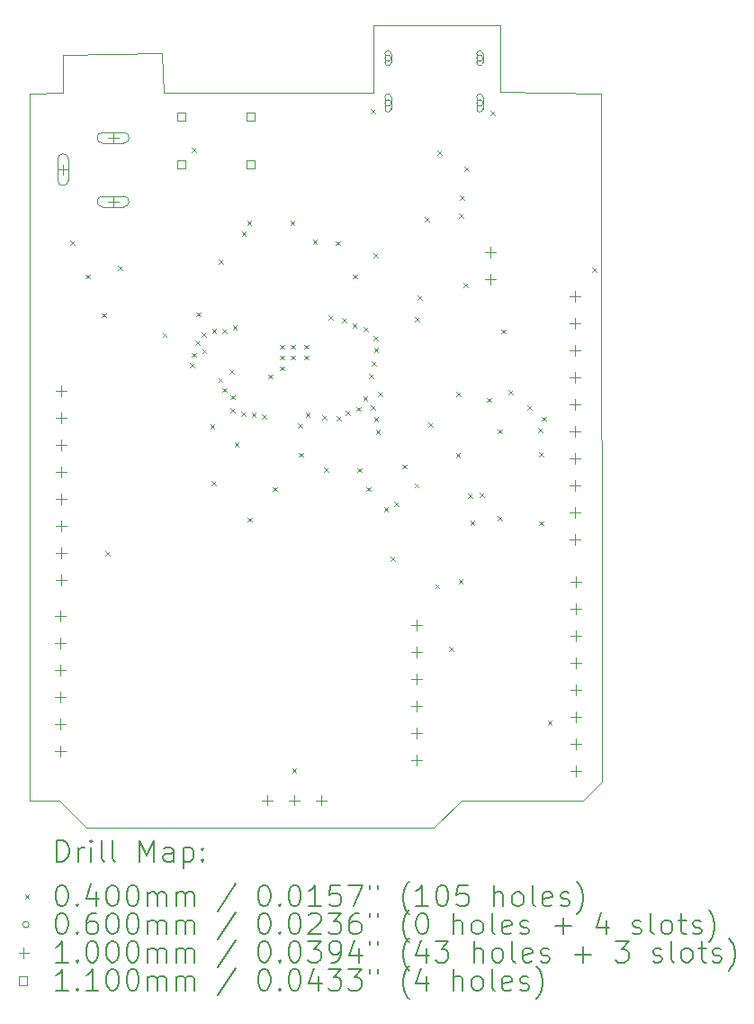
<source format=gbr>
%TF.GenerationSoftware,KiCad,Pcbnew,7.0.10*%
%TF.CreationDate,2024-01-11T23:09:00+05:30*%
%TF.ProjectId,rp2040-basic-m1,72703230-3430-42d6-9261-7369632d6d31,rev?*%
%TF.SameCoordinates,Original*%
%TF.FileFunction,Drillmap*%
%TF.FilePolarity,Positive*%
%FSLAX45Y45*%
G04 Gerber Fmt 4.5, Leading zero omitted, Abs format (unit mm)*
G04 Created by KiCad (PCBNEW 7.0.10) date 2024-01-11 23:09:00*
%MOMM*%
%LPD*%
G01*
G04 APERTURE LIST*
%ADD10C,0.100000*%
%ADD11C,0.200000*%
%ADD12C,0.110000*%
G04 APERTURE END LIST*
D10*
X23635000Y-3945000D02*
X23646000Y-4313000D01*
X26818000Y-3679000D02*
X26819000Y-4310000D01*
X22699000Y-4317000D02*
X22700000Y-3956000D01*
X22388000Y-10970000D02*
X22389000Y-4320000D01*
X27769000Y-10794000D02*
X27594000Y-10968000D01*
X26194000Y-11224000D02*
X22919000Y-11225000D01*
X22700000Y-3956000D02*
X23635000Y-3945000D01*
X26454000Y-10970000D02*
X26194000Y-11224000D01*
X23646000Y-4313000D02*
X25620000Y-4314000D01*
X25624000Y-3683000D02*
X26818000Y-3679000D01*
X25620000Y-4314000D02*
X25624000Y-3683000D01*
X22664000Y-10972000D02*
X22388000Y-10970000D01*
X22919000Y-11225000D02*
X22664000Y-10972000D01*
X27594000Y-10968000D02*
X26454000Y-10970000D01*
X26819000Y-4310000D02*
X27767000Y-4321000D01*
X27767000Y-4321000D02*
X27769000Y-10794000D01*
X22389000Y-4320000D02*
X22699000Y-4317000D01*
D11*
D10*
X22771400Y-5701780D02*
X22811400Y-5741780D01*
X22811400Y-5701780D02*
X22771400Y-5741780D01*
X22917200Y-6020800D02*
X22957200Y-6060800D01*
X22957200Y-6020800D02*
X22917200Y-6060800D01*
X23067940Y-6385630D02*
X23107940Y-6425630D01*
X23107940Y-6385630D02*
X23067940Y-6425630D01*
X23103000Y-8623000D02*
X23143000Y-8663000D01*
X23143000Y-8623000D02*
X23103000Y-8663000D01*
X23218100Y-5943680D02*
X23258100Y-5983680D01*
X23258100Y-5943680D02*
X23218100Y-5983680D01*
X23639100Y-6571550D02*
X23679100Y-6611550D01*
X23679100Y-6571550D02*
X23639100Y-6611550D01*
X23895200Y-6855640D02*
X23935200Y-6895640D01*
X23935200Y-6855640D02*
X23895200Y-6895640D01*
X23912500Y-4835000D02*
X23952500Y-4875000D01*
X23952500Y-4835000D02*
X23912500Y-4875000D01*
X23916600Y-6757990D02*
X23956600Y-6797990D01*
X23956600Y-6757990D02*
X23916600Y-6797990D01*
X23948500Y-6646910D02*
X23988500Y-6686910D01*
X23988500Y-6646910D02*
X23948500Y-6686910D01*
X23958600Y-6376400D02*
X23998600Y-6416400D01*
X23998600Y-6376400D02*
X23958600Y-6416400D01*
X24009400Y-6567590D02*
X24049400Y-6607590D01*
X24049400Y-6567590D02*
X24009400Y-6607590D01*
X24010900Y-6724990D02*
X24050900Y-6764990D01*
X24050900Y-6724990D02*
X24010900Y-6764990D01*
X24086200Y-7429530D02*
X24126200Y-7469530D01*
X24126200Y-7429530D02*
X24086200Y-7469530D01*
X24100000Y-7967200D02*
X24140000Y-8007200D01*
X24140000Y-7967200D02*
X24100000Y-8007200D01*
X24103300Y-6533500D02*
X24143300Y-6573500D01*
X24143300Y-6533500D02*
X24103300Y-6573500D01*
X24164000Y-6995000D02*
X24204000Y-7035000D01*
X24204000Y-6995000D02*
X24164000Y-7035000D01*
X24170000Y-5881200D02*
X24210000Y-5921200D01*
X24210000Y-5881200D02*
X24170000Y-5921200D01*
X24200300Y-7088130D02*
X24240300Y-7128130D01*
X24240300Y-7088130D02*
X24200300Y-7128130D01*
X24203200Y-6531880D02*
X24243200Y-6571880D01*
X24243200Y-6531880D02*
X24203200Y-6571880D01*
X24268000Y-6912750D02*
X24308000Y-6952750D01*
X24308000Y-6912750D02*
X24268000Y-6952750D01*
X24279000Y-7278000D02*
X24319000Y-7318000D01*
X24319000Y-7278000D02*
X24279000Y-7318000D01*
X24280000Y-7155000D02*
X24320000Y-7195000D01*
X24320000Y-7155000D02*
X24280000Y-7195000D01*
X24299000Y-6502000D02*
X24339000Y-6542000D01*
X24339000Y-6502000D02*
X24299000Y-6542000D01*
X24316800Y-7601200D02*
X24356800Y-7641200D01*
X24356800Y-7601200D02*
X24316800Y-7641200D01*
X24377000Y-7312000D02*
X24417000Y-7352000D01*
X24417000Y-7312000D02*
X24377000Y-7352000D01*
X24384000Y-5621200D02*
X24424000Y-5661200D01*
X24424000Y-5621200D02*
X24384000Y-5661200D01*
X24434400Y-5516350D02*
X24474400Y-5556350D01*
X24474400Y-5516350D02*
X24434400Y-5556350D01*
X24441060Y-8307620D02*
X24481060Y-8347620D01*
X24481060Y-8307620D02*
X24441060Y-8347620D01*
X24476805Y-7318238D02*
X24516805Y-7358238D01*
X24516805Y-7318238D02*
X24476805Y-7358238D01*
X24575906Y-7340960D02*
X24615906Y-7380960D01*
X24615906Y-7340960D02*
X24575906Y-7380960D01*
X24633000Y-6961050D02*
X24673000Y-7001050D01*
X24673000Y-6961050D02*
X24633000Y-7001050D01*
X24677000Y-8019200D02*
X24717000Y-8059200D01*
X24717000Y-8019200D02*
X24677000Y-8059200D01*
X24746000Y-6681200D02*
X24786000Y-6721200D01*
X24786000Y-6681200D02*
X24746000Y-6721200D01*
X24746000Y-6782800D02*
X24786000Y-6822800D01*
X24786000Y-6782800D02*
X24746000Y-6822800D01*
X24746000Y-6884400D02*
X24786000Y-6924400D01*
X24786000Y-6884400D02*
X24746000Y-6924400D01*
X24840800Y-5516350D02*
X24880800Y-5556350D01*
X24880800Y-5516350D02*
X24840800Y-5556350D01*
X24847600Y-6681200D02*
X24887600Y-6721200D01*
X24887600Y-6681200D02*
X24847600Y-6721200D01*
X24847600Y-6782800D02*
X24887600Y-6822800D01*
X24887600Y-6782800D02*
X24847600Y-6822800D01*
X24857500Y-10667500D02*
X24897500Y-10707500D01*
X24897500Y-10667500D02*
X24857500Y-10707500D01*
X24914000Y-7421000D02*
X24954000Y-7461000D01*
X24954000Y-7421000D02*
X24914000Y-7461000D01*
X24920000Y-7698000D02*
X24960000Y-7738000D01*
X24960000Y-7698000D02*
X24920000Y-7738000D01*
X24974600Y-6681200D02*
X25014600Y-6721200D01*
X25014600Y-6681200D02*
X24974600Y-6721200D01*
X24974600Y-6782800D02*
X25014600Y-6822800D01*
X25014600Y-6782800D02*
X24974600Y-6822800D01*
X24985000Y-7320000D02*
X25025000Y-7360000D01*
X25025000Y-7320000D02*
X24985000Y-7360000D01*
X25053000Y-5695200D02*
X25093000Y-5735200D01*
X25093000Y-5695200D02*
X25053000Y-5735200D01*
X25143000Y-7348000D02*
X25183000Y-7388000D01*
X25183000Y-7348000D02*
X25143000Y-7388000D01*
X25160700Y-7834600D02*
X25200700Y-7874600D01*
X25200700Y-7834600D02*
X25160700Y-7874600D01*
X25202200Y-6407740D02*
X25242200Y-6447740D01*
X25242200Y-6407740D02*
X25202200Y-6447740D01*
X25271000Y-5709200D02*
X25311000Y-5749200D01*
X25311000Y-5709200D02*
X25271000Y-5749200D01*
X25275000Y-7358000D02*
X25315000Y-7398000D01*
X25315000Y-7358000D02*
X25275000Y-7398000D01*
X25330000Y-6430000D02*
X25370000Y-6470000D01*
X25370000Y-6430000D02*
X25330000Y-6470000D01*
X25360100Y-7305660D02*
X25400100Y-7345660D01*
X25400100Y-7305660D02*
X25360100Y-7345660D01*
X25425500Y-6485410D02*
X25465500Y-6525410D01*
X25465500Y-6485410D02*
X25425500Y-6525410D01*
X25431800Y-6020800D02*
X25471800Y-6060800D01*
X25471800Y-6020800D02*
X25431800Y-6060800D01*
X25461000Y-7265000D02*
X25501000Y-7305000D01*
X25501000Y-7265000D02*
X25461000Y-7305000D01*
X25469200Y-7842190D02*
X25509200Y-7882190D01*
X25509200Y-7842190D02*
X25469200Y-7882190D01*
X25527000Y-7169000D02*
X25567000Y-7209000D01*
X25567000Y-7169000D02*
X25527000Y-7209000D01*
X25529000Y-6519000D02*
X25569000Y-6559000D01*
X25569000Y-6519000D02*
X25529000Y-6559000D01*
X25555100Y-8020620D02*
X25595100Y-8060620D01*
X25595100Y-8020620D02*
X25555100Y-8060620D01*
X25583000Y-6956000D02*
X25623000Y-6996000D01*
X25623000Y-6956000D02*
X25583000Y-6996000D01*
X25596000Y-4470000D02*
X25636000Y-4510000D01*
X25636000Y-4470000D02*
X25596000Y-4510000D01*
X25601000Y-7251000D02*
X25641000Y-7291000D01*
X25641000Y-7251000D02*
X25601000Y-7291000D01*
X25608000Y-6840000D02*
X25648000Y-6880000D01*
X25648000Y-6840000D02*
X25608000Y-6880000D01*
X25622500Y-5822500D02*
X25662500Y-5862500D01*
X25662500Y-5822500D02*
X25622500Y-5862500D01*
X25626000Y-6600000D02*
X25666000Y-6640000D01*
X25666000Y-6600000D02*
X25626000Y-6640000D01*
X25627000Y-6709000D02*
X25667000Y-6749000D01*
X25667000Y-6709000D02*
X25627000Y-6749000D01*
X25627200Y-7363930D02*
X25667200Y-7403930D01*
X25667200Y-7363930D02*
X25627200Y-7403930D01*
X25645000Y-7484910D02*
X25685000Y-7524910D01*
X25685000Y-7484910D02*
X25645000Y-7524910D01*
X25668000Y-7123890D02*
X25708000Y-7163890D01*
X25708000Y-7123890D02*
X25668000Y-7163890D01*
X25720400Y-8208640D02*
X25760400Y-8248640D01*
X25760400Y-8208640D02*
X25720400Y-8248640D01*
X25783100Y-8677250D02*
X25823100Y-8717250D01*
X25823100Y-8677250D02*
X25783100Y-8717250D01*
X25815600Y-8158440D02*
X25855600Y-8198440D01*
X25855600Y-8158440D02*
X25815600Y-8198440D01*
X25892500Y-7808380D02*
X25932500Y-7848380D01*
X25932500Y-7808380D02*
X25892500Y-7848380D01*
X26010000Y-7986050D02*
X26050000Y-8026050D01*
X26050000Y-7986050D02*
X26010000Y-8026050D01*
X26015000Y-6426000D02*
X26055000Y-6466000D01*
X26055000Y-6426000D02*
X26015000Y-6466000D01*
X26039500Y-6221520D02*
X26079500Y-6261520D01*
X26079500Y-6221520D02*
X26039500Y-6261520D01*
X26106800Y-5482820D02*
X26146800Y-5522820D01*
X26146800Y-5482820D02*
X26106800Y-5522820D01*
X26141100Y-7412420D02*
X26181100Y-7452420D01*
X26181100Y-7412420D02*
X26141100Y-7452420D01*
X26203900Y-8933260D02*
X26243900Y-8973260D01*
X26243900Y-8933260D02*
X26203900Y-8973260D01*
X26223200Y-4856380D02*
X26263200Y-4896380D01*
X26263200Y-4856380D02*
X26223200Y-4896380D01*
X26334800Y-9524570D02*
X26374800Y-9564570D01*
X26374800Y-9524570D02*
X26334800Y-9564570D01*
X26398000Y-7701000D02*
X26438000Y-7741000D01*
X26438000Y-7701000D02*
X26398000Y-7741000D01*
X26403640Y-7124680D02*
X26443640Y-7164680D01*
X26443640Y-7124680D02*
X26403640Y-7164680D01*
X26422800Y-8888500D02*
X26462800Y-8928500D01*
X26462800Y-8888500D02*
X26422800Y-8928500D01*
X26427800Y-5452980D02*
X26467800Y-5492980D01*
X26467800Y-5452980D02*
X26427800Y-5492980D01*
X26434800Y-5282980D02*
X26474800Y-5322980D01*
X26474800Y-5282980D02*
X26434800Y-5322980D01*
X26472000Y-6100000D02*
X26512000Y-6140000D01*
X26512000Y-6100000D02*
X26472000Y-6140000D01*
X26477200Y-5008780D02*
X26517200Y-5048780D01*
X26517200Y-5008780D02*
X26477200Y-5048780D01*
X26510700Y-8081890D02*
X26550700Y-8121890D01*
X26550700Y-8081890D02*
X26510700Y-8121890D01*
X26534800Y-8334800D02*
X26574800Y-8374800D01*
X26574800Y-8334800D02*
X26534800Y-8374800D01*
X26623050Y-8076040D02*
X26663050Y-8116040D01*
X26663050Y-8076040D02*
X26623050Y-8116040D01*
X26691900Y-7181460D02*
X26731900Y-7221460D01*
X26731900Y-7181460D02*
X26691900Y-7221460D01*
X26725000Y-4482000D02*
X26765000Y-4522000D01*
X26765000Y-4482000D02*
X26725000Y-4522000D01*
X26794600Y-7477120D02*
X26834600Y-7517120D01*
X26834600Y-7477120D02*
X26794600Y-7517120D01*
X26794600Y-8292610D02*
X26834600Y-8332610D01*
X26834600Y-8292610D02*
X26794600Y-8332610D01*
X26825000Y-6539000D02*
X26865000Y-6579000D01*
X26865000Y-6539000D02*
X26825000Y-6579000D01*
X26895800Y-7107500D02*
X26935800Y-7147500D01*
X26935800Y-7107500D02*
X26895800Y-7147500D01*
X27073130Y-7256170D02*
X27113130Y-7296170D01*
X27113130Y-7256170D02*
X27073130Y-7296170D01*
X27170560Y-7467870D02*
X27210560Y-7507870D01*
X27210560Y-7467870D02*
X27170560Y-7507870D01*
X27179930Y-7692860D02*
X27219930Y-7732860D01*
X27219930Y-7692860D02*
X27179930Y-7732860D01*
X27180400Y-8341730D02*
X27220400Y-8381730D01*
X27220400Y-8341730D02*
X27180400Y-8381730D01*
X27207340Y-7360150D02*
X27247340Y-7400150D01*
X27247340Y-7360150D02*
X27207340Y-7400150D01*
X27261600Y-10217300D02*
X27301600Y-10257300D01*
X27301600Y-10217300D02*
X27261600Y-10257300D01*
X27683850Y-5960780D02*
X27723850Y-6000780D01*
X27723850Y-5960780D02*
X27683850Y-6000780D01*
X25790500Y-3990000D02*
G75*
G03*
X25730500Y-3990000I-30000J0D01*
G01*
X25730500Y-3990000D02*
G75*
G03*
X25790500Y-3990000I30000J0D01*
G01*
X25790500Y-4030000D02*
X25790500Y-3950000D01*
X25790500Y-3950000D02*
G75*
G03*
X25730500Y-3950000I-30000J0D01*
G01*
X25730500Y-3950000D02*
X25730500Y-4030000D01*
X25730500Y-4030000D02*
G75*
G03*
X25790500Y-4030000I30000J0D01*
G01*
X25790500Y-4410000D02*
G75*
G03*
X25730500Y-4410000I-30000J0D01*
G01*
X25730500Y-4410000D02*
G75*
G03*
X25790500Y-4410000I30000J0D01*
G01*
X25790500Y-4465000D02*
X25790500Y-4355000D01*
X25790500Y-4355000D02*
G75*
G03*
X25730500Y-4355000I-30000J0D01*
G01*
X25730500Y-4355000D02*
X25730500Y-4465000D01*
X25730500Y-4465000D02*
G75*
G03*
X25790500Y-4465000I30000J0D01*
G01*
X26654500Y-3990000D02*
G75*
G03*
X26594500Y-3990000I-30000J0D01*
G01*
X26594500Y-3990000D02*
G75*
G03*
X26654500Y-3990000I30000J0D01*
G01*
X26654500Y-4030000D02*
X26654500Y-3950000D01*
X26654500Y-3950000D02*
G75*
G03*
X26594500Y-3950000I-30000J0D01*
G01*
X26594500Y-3950000D02*
X26594500Y-4030000D01*
X26594500Y-4030000D02*
G75*
G03*
X26654500Y-4030000I30000J0D01*
G01*
X26654500Y-4410000D02*
G75*
G03*
X26594500Y-4410000I-30000J0D01*
G01*
X26594500Y-4410000D02*
G75*
G03*
X26654500Y-4410000I30000J0D01*
G01*
X26654500Y-4465000D02*
X26654500Y-4355000D01*
X26654500Y-4355000D02*
G75*
G03*
X26594500Y-4355000I-30000J0D01*
G01*
X26594500Y-4355000D02*
X26594500Y-4465000D01*
X26594500Y-4465000D02*
G75*
G03*
X26654500Y-4465000I30000J0D01*
G01*
X22677000Y-9181000D02*
X22677000Y-9281000D01*
X22627000Y-9231000D02*
X22727000Y-9231000D01*
X22677000Y-9435000D02*
X22677000Y-9535000D01*
X22627000Y-9485000D02*
X22727000Y-9485000D01*
X22677000Y-9689000D02*
X22677000Y-9789000D01*
X22627000Y-9739000D02*
X22727000Y-9739000D01*
X22677000Y-9943000D02*
X22677000Y-10043000D01*
X22627000Y-9993000D02*
X22727000Y-9993000D01*
X22677000Y-10197000D02*
X22677000Y-10297000D01*
X22627000Y-10247000D02*
X22727000Y-10247000D01*
X22677000Y-10451000D02*
X22677000Y-10551000D01*
X22627000Y-10501000D02*
X22727000Y-10501000D01*
X22685000Y-7068000D02*
X22685000Y-7168000D01*
X22635000Y-7118000D02*
X22735000Y-7118000D01*
X22685000Y-7322000D02*
X22685000Y-7422000D01*
X22635000Y-7372000D02*
X22735000Y-7372000D01*
X22685000Y-7576000D02*
X22685000Y-7676000D01*
X22635000Y-7626000D02*
X22735000Y-7626000D01*
X22685000Y-7830000D02*
X22685000Y-7930000D01*
X22635000Y-7880000D02*
X22735000Y-7880000D01*
X22685000Y-8084000D02*
X22685000Y-8184000D01*
X22635000Y-8134000D02*
X22735000Y-8134000D01*
X22685000Y-8338000D02*
X22685000Y-8438000D01*
X22635000Y-8388000D02*
X22735000Y-8388000D01*
X22685000Y-8592000D02*
X22685000Y-8692000D01*
X22635000Y-8642000D02*
X22735000Y-8642000D01*
X22685000Y-8846000D02*
X22685000Y-8946000D01*
X22635000Y-8896000D02*
X22735000Y-8896000D01*
X22702500Y-4987500D02*
X22702500Y-5087500D01*
X22652500Y-5037500D02*
X22752500Y-5037500D01*
X22652500Y-4937500D02*
X22652500Y-5137500D01*
X22652500Y-5137500D02*
G75*
G03*
X22752500Y-5137500I50000J0D01*
G01*
X22752500Y-5137500D02*
X22752500Y-4937500D01*
X22752500Y-4937500D02*
G75*
G03*
X22652500Y-4937500I-50000J0D01*
G01*
X23172500Y-4687500D02*
X23172500Y-4787500D01*
X23122500Y-4737500D02*
X23222500Y-4737500D01*
X23272500Y-4687500D02*
X23072500Y-4687500D01*
X23072500Y-4687500D02*
G75*
G03*
X23072500Y-4787500I0J-50000D01*
G01*
X23072500Y-4787500D02*
X23272500Y-4787500D01*
X23272500Y-4787500D02*
G75*
G03*
X23272500Y-4687500I0J50000D01*
G01*
X23172500Y-5287500D02*
X23172500Y-5387500D01*
X23122500Y-5337500D02*
X23222500Y-5337500D01*
X23272500Y-5287500D02*
X23072500Y-5287500D01*
X23072500Y-5287500D02*
G75*
G03*
X23072500Y-5387500I0J-50000D01*
G01*
X23072500Y-5387500D02*
X23272500Y-5387500D01*
X23272500Y-5387500D02*
G75*
G03*
X23272500Y-5287500I0J50000D01*
G01*
X24627000Y-10915000D02*
X24627000Y-11015000D01*
X24577000Y-10965000D02*
X24677000Y-10965000D01*
X24881000Y-10915000D02*
X24881000Y-11015000D01*
X24831000Y-10965000D02*
X24931000Y-10965000D01*
X25135000Y-10915000D02*
X25135000Y-11015000D01*
X25085000Y-10965000D02*
X25185000Y-10965000D01*
X26030000Y-9267000D02*
X26030000Y-9367000D01*
X25980000Y-9317000D02*
X26080000Y-9317000D01*
X26030000Y-9521000D02*
X26030000Y-9621000D01*
X25980000Y-9571000D02*
X26080000Y-9571000D01*
X26030000Y-9775000D02*
X26030000Y-9875000D01*
X25980000Y-9825000D02*
X26080000Y-9825000D01*
X26030000Y-10029000D02*
X26030000Y-10129000D01*
X25980000Y-10079000D02*
X26080000Y-10079000D01*
X26030000Y-10283000D02*
X26030000Y-10383000D01*
X25980000Y-10333000D02*
X26080000Y-10333000D01*
X26030000Y-10537000D02*
X26030000Y-10637000D01*
X25980000Y-10587000D02*
X26080000Y-10587000D01*
X26721000Y-5765000D02*
X26721000Y-5865000D01*
X26671000Y-5815000D02*
X26771000Y-5815000D01*
X26721000Y-6019000D02*
X26721000Y-6119000D01*
X26671000Y-6069000D02*
X26771000Y-6069000D01*
X27517000Y-6175000D02*
X27517000Y-6275000D01*
X27467000Y-6225000D02*
X27567000Y-6225000D01*
X27517000Y-6429000D02*
X27517000Y-6529000D01*
X27467000Y-6479000D02*
X27567000Y-6479000D01*
X27517000Y-6683000D02*
X27517000Y-6783000D01*
X27467000Y-6733000D02*
X27567000Y-6733000D01*
X27517000Y-6937000D02*
X27517000Y-7037000D01*
X27467000Y-6987000D02*
X27567000Y-6987000D01*
X27517000Y-7191000D02*
X27517000Y-7291000D01*
X27467000Y-7241000D02*
X27567000Y-7241000D01*
X27517000Y-7445000D02*
X27517000Y-7545000D01*
X27467000Y-7495000D02*
X27567000Y-7495000D01*
X27517000Y-7699000D02*
X27517000Y-7799000D01*
X27467000Y-7749000D02*
X27567000Y-7749000D01*
X27517000Y-7953000D02*
X27517000Y-8053000D01*
X27467000Y-8003000D02*
X27567000Y-8003000D01*
X27517000Y-8207000D02*
X27517000Y-8307000D01*
X27467000Y-8257000D02*
X27567000Y-8257000D01*
X27517000Y-8461000D02*
X27517000Y-8561000D01*
X27467000Y-8511000D02*
X27567000Y-8511000D01*
X27525000Y-8865000D02*
X27525000Y-8965000D01*
X27475000Y-8915000D02*
X27575000Y-8915000D01*
X27525000Y-9119000D02*
X27525000Y-9219000D01*
X27475000Y-9169000D02*
X27575000Y-9169000D01*
X27525000Y-9373000D02*
X27525000Y-9473000D01*
X27475000Y-9423000D02*
X27575000Y-9423000D01*
X27525000Y-9627000D02*
X27525000Y-9727000D01*
X27475000Y-9677000D02*
X27575000Y-9677000D01*
X27525000Y-9881000D02*
X27525000Y-9981000D01*
X27475000Y-9931000D02*
X27575000Y-9931000D01*
X27525000Y-10135000D02*
X27525000Y-10235000D01*
X27475000Y-10185000D02*
X27575000Y-10185000D01*
X27525000Y-10389000D02*
X27525000Y-10489000D01*
X27475000Y-10439000D02*
X27575000Y-10439000D01*
X27525000Y-10643000D02*
X27525000Y-10743000D01*
X27475000Y-10693000D02*
X27575000Y-10693000D01*
D12*
X23853891Y-4576391D02*
X23853891Y-4498609D01*
X23776109Y-4498609D01*
X23776109Y-4576391D01*
X23853891Y-4576391D01*
X23853891Y-5026391D02*
X23853891Y-4948609D01*
X23776109Y-4948609D01*
X23776109Y-5026391D01*
X23853891Y-5026391D01*
X24503891Y-4576391D02*
X24503891Y-4498609D01*
X24426109Y-4498609D01*
X24426109Y-4576391D01*
X24503891Y-4576391D01*
X24503891Y-5026391D02*
X24503891Y-4948609D01*
X24426109Y-4948609D01*
X24426109Y-5026391D01*
X24503891Y-5026391D01*
D11*
X22643777Y-11541484D02*
X22643777Y-11341484D01*
X22643777Y-11341484D02*
X22691396Y-11341484D01*
X22691396Y-11341484D02*
X22719967Y-11351008D01*
X22719967Y-11351008D02*
X22739015Y-11370055D01*
X22739015Y-11370055D02*
X22748539Y-11389103D01*
X22748539Y-11389103D02*
X22758062Y-11427198D01*
X22758062Y-11427198D02*
X22758062Y-11455769D01*
X22758062Y-11455769D02*
X22748539Y-11493865D01*
X22748539Y-11493865D02*
X22739015Y-11512912D01*
X22739015Y-11512912D02*
X22719967Y-11531960D01*
X22719967Y-11531960D02*
X22691396Y-11541484D01*
X22691396Y-11541484D02*
X22643777Y-11541484D01*
X22843777Y-11541484D02*
X22843777Y-11408150D01*
X22843777Y-11446246D02*
X22853301Y-11427198D01*
X22853301Y-11427198D02*
X22862824Y-11417674D01*
X22862824Y-11417674D02*
X22881872Y-11408150D01*
X22881872Y-11408150D02*
X22900920Y-11408150D01*
X22967586Y-11541484D02*
X22967586Y-11408150D01*
X22967586Y-11341484D02*
X22958062Y-11351008D01*
X22958062Y-11351008D02*
X22967586Y-11360531D01*
X22967586Y-11360531D02*
X22977110Y-11351008D01*
X22977110Y-11351008D02*
X22967586Y-11341484D01*
X22967586Y-11341484D02*
X22967586Y-11360531D01*
X23091396Y-11541484D02*
X23072348Y-11531960D01*
X23072348Y-11531960D02*
X23062824Y-11512912D01*
X23062824Y-11512912D02*
X23062824Y-11341484D01*
X23196158Y-11541484D02*
X23177110Y-11531960D01*
X23177110Y-11531960D02*
X23167586Y-11512912D01*
X23167586Y-11512912D02*
X23167586Y-11341484D01*
X23424729Y-11541484D02*
X23424729Y-11341484D01*
X23424729Y-11341484D02*
X23491396Y-11484341D01*
X23491396Y-11484341D02*
X23558062Y-11341484D01*
X23558062Y-11341484D02*
X23558062Y-11541484D01*
X23739015Y-11541484D02*
X23739015Y-11436722D01*
X23739015Y-11436722D02*
X23729491Y-11417674D01*
X23729491Y-11417674D02*
X23710443Y-11408150D01*
X23710443Y-11408150D02*
X23672348Y-11408150D01*
X23672348Y-11408150D02*
X23653301Y-11417674D01*
X23739015Y-11531960D02*
X23719967Y-11541484D01*
X23719967Y-11541484D02*
X23672348Y-11541484D01*
X23672348Y-11541484D02*
X23653301Y-11531960D01*
X23653301Y-11531960D02*
X23643777Y-11512912D01*
X23643777Y-11512912D02*
X23643777Y-11493865D01*
X23643777Y-11493865D02*
X23653301Y-11474817D01*
X23653301Y-11474817D02*
X23672348Y-11465293D01*
X23672348Y-11465293D02*
X23719967Y-11465293D01*
X23719967Y-11465293D02*
X23739015Y-11455769D01*
X23834253Y-11408150D02*
X23834253Y-11608150D01*
X23834253Y-11417674D02*
X23853301Y-11408150D01*
X23853301Y-11408150D02*
X23891396Y-11408150D01*
X23891396Y-11408150D02*
X23910443Y-11417674D01*
X23910443Y-11417674D02*
X23919967Y-11427198D01*
X23919967Y-11427198D02*
X23929491Y-11446246D01*
X23929491Y-11446246D02*
X23929491Y-11503388D01*
X23929491Y-11503388D02*
X23919967Y-11522436D01*
X23919967Y-11522436D02*
X23910443Y-11531960D01*
X23910443Y-11531960D02*
X23891396Y-11541484D01*
X23891396Y-11541484D02*
X23853301Y-11541484D01*
X23853301Y-11541484D02*
X23834253Y-11531960D01*
X24015205Y-11522436D02*
X24024729Y-11531960D01*
X24024729Y-11531960D02*
X24015205Y-11541484D01*
X24015205Y-11541484D02*
X24005682Y-11531960D01*
X24005682Y-11531960D02*
X24015205Y-11522436D01*
X24015205Y-11522436D02*
X24015205Y-11541484D01*
X24015205Y-11417674D02*
X24024729Y-11427198D01*
X24024729Y-11427198D02*
X24015205Y-11436722D01*
X24015205Y-11436722D02*
X24005682Y-11427198D01*
X24005682Y-11427198D02*
X24015205Y-11417674D01*
X24015205Y-11417674D02*
X24015205Y-11436722D01*
D10*
X22343000Y-11850000D02*
X22383000Y-11890000D01*
X22383000Y-11850000D02*
X22343000Y-11890000D01*
D11*
X22681872Y-11761484D02*
X22700920Y-11761484D01*
X22700920Y-11761484D02*
X22719967Y-11771008D01*
X22719967Y-11771008D02*
X22729491Y-11780531D01*
X22729491Y-11780531D02*
X22739015Y-11799579D01*
X22739015Y-11799579D02*
X22748539Y-11837674D01*
X22748539Y-11837674D02*
X22748539Y-11885293D01*
X22748539Y-11885293D02*
X22739015Y-11923388D01*
X22739015Y-11923388D02*
X22729491Y-11942436D01*
X22729491Y-11942436D02*
X22719967Y-11951960D01*
X22719967Y-11951960D02*
X22700920Y-11961484D01*
X22700920Y-11961484D02*
X22681872Y-11961484D01*
X22681872Y-11961484D02*
X22662824Y-11951960D01*
X22662824Y-11951960D02*
X22653301Y-11942436D01*
X22653301Y-11942436D02*
X22643777Y-11923388D01*
X22643777Y-11923388D02*
X22634253Y-11885293D01*
X22634253Y-11885293D02*
X22634253Y-11837674D01*
X22634253Y-11837674D02*
X22643777Y-11799579D01*
X22643777Y-11799579D02*
X22653301Y-11780531D01*
X22653301Y-11780531D02*
X22662824Y-11771008D01*
X22662824Y-11771008D02*
X22681872Y-11761484D01*
X22834253Y-11942436D02*
X22843777Y-11951960D01*
X22843777Y-11951960D02*
X22834253Y-11961484D01*
X22834253Y-11961484D02*
X22824729Y-11951960D01*
X22824729Y-11951960D02*
X22834253Y-11942436D01*
X22834253Y-11942436D02*
X22834253Y-11961484D01*
X23015205Y-11828150D02*
X23015205Y-11961484D01*
X22967586Y-11751960D02*
X22919967Y-11894817D01*
X22919967Y-11894817D02*
X23043777Y-11894817D01*
X23158062Y-11761484D02*
X23177110Y-11761484D01*
X23177110Y-11761484D02*
X23196158Y-11771008D01*
X23196158Y-11771008D02*
X23205682Y-11780531D01*
X23205682Y-11780531D02*
X23215205Y-11799579D01*
X23215205Y-11799579D02*
X23224729Y-11837674D01*
X23224729Y-11837674D02*
X23224729Y-11885293D01*
X23224729Y-11885293D02*
X23215205Y-11923388D01*
X23215205Y-11923388D02*
X23205682Y-11942436D01*
X23205682Y-11942436D02*
X23196158Y-11951960D01*
X23196158Y-11951960D02*
X23177110Y-11961484D01*
X23177110Y-11961484D02*
X23158062Y-11961484D01*
X23158062Y-11961484D02*
X23139015Y-11951960D01*
X23139015Y-11951960D02*
X23129491Y-11942436D01*
X23129491Y-11942436D02*
X23119967Y-11923388D01*
X23119967Y-11923388D02*
X23110443Y-11885293D01*
X23110443Y-11885293D02*
X23110443Y-11837674D01*
X23110443Y-11837674D02*
X23119967Y-11799579D01*
X23119967Y-11799579D02*
X23129491Y-11780531D01*
X23129491Y-11780531D02*
X23139015Y-11771008D01*
X23139015Y-11771008D02*
X23158062Y-11761484D01*
X23348539Y-11761484D02*
X23367586Y-11761484D01*
X23367586Y-11761484D02*
X23386634Y-11771008D01*
X23386634Y-11771008D02*
X23396158Y-11780531D01*
X23396158Y-11780531D02*
X23405682Y-11799579D01*
X23405682Y-11799579D02*
X23415205Y-11837674D01*
X23415205Y-11837674D02*
X23415205Y-11885293D01*
X23415205Y-11885293D02*
X23405682Y-11923388D01*
X23405682Y-11923388D02*
X23396158Y-11942436D01*
X23396158Y-11942436D02*
X23386634Y-11951960D01*
X23386634Y-11951960D02*
X23367586Y-11961484D01*
X23367586Y-11961484D02*
X23348539Y-11961484D01*
X23348539Y-11961484D02*
X23329491Y-11951960D01*
X23329491Y-11951960D02*
X23319967Y-11942436D01*
X23319967Y-11942436D02*
X23310443Y-11923388D01*
X23310443Y-11923388D02*
X23300920Y-11885293D01*
X23300920Y-11885293D02*
X23300920Y-11837674D01*
X23300920Y-11837674D02*
X23310443Y-11799579D01*
X23310443Y-11799579D02*
X23319967Y-11780531D01*
X23319967Y-11780531D02*
X23329491Y-11771008D01*
X23329491Y-11771008D02*
X23348539Y-11761484D01*
X23500920Y-11961484D02*
X23500920Y-11828150D01*
X23500920Y-11847198D02*
X23510443Y-11837674D01*
X23510443Y-11837674D02*
X23529491Y-11828150D01*
X23529491Y-11828150D02*
X23558063Y-11828150D01*
X23558063Y-11828150D02*
X23577110Y-11837674D01*
X23577110Y-11837674D02*
X23586634Y-11856722D01*
X23586634Y-11856722D02*
X23586634Y-11961484D01*
X23586634Y-11856722D02*
X23596158Y-11837674D01*
X23596158Y-11837674D02*
X23615205Y-11828150D01*
X23615205Y-11828150D02*
X23643777Y-11828150D01*
X23643777Y-11828150D02*
X23662824Y-11837674D01*
X23662824Y-11837674D02*
X23672348Y-11856722D01*
X23672348Y-11856722D02*
X23672348Y-11961484D01*
X23767586Y-11961484D02*
X23767586Y-11828150D01*
X23767586Y-11847198D02*
X23777110Y-11837674D01*
X23777110Y-11837674D02*
X23796158Y-11828150D01*
X23796158Y-11828150D02*
X23824729Y-11828150D01*
X23824729Y-11828150D02*
X23843777Y-11837674D01*
X23843777Y-11837674D02*
X23853301Y-11856722D01*
X23853301Y-11856722D02*
X23853301Y-11961484D01*
X23853301Y-11856722D02*
X23862824Y-11837674D01*
X23862824Y-11837674D02*
X23881872Y-11828150D01*
X23881872Y-11828150D02*
X23910443Y-11828150D01*
X23910443Y-11828150D02*
X23929491Y-11837674D01*
X23929491Y-11837674D02*
X23939015Y-11856722D01*
X23939015Y-11856722D02*
X23939015Y-11961484D01*
X24329491Y-11751960D02*
X24158063Y-12009103D01*
X24586634Y-11761484D02*
X24605682Y-11761484D01*
X24605682Y-11761484D02*
X24624729Y-11771008D01*
X24624729Y-11771008D02*
X24634253Y-11780531D01*
X24634253Y-11780531D02*
X24643777Y-11799579D01*
X24643777Y-11799579D02*
X24653301Y-11837674D01*
X24653301Y-11837674D02*
X24653301Y-11885293D01*
X24653301Y-11885293D02*
X24643777Y-11923388D01*
X24643777Y-11923388D02*
X24634253Y-11942436D01*
X24634253Y-11942436D02*
X24624729Y-11951960D01*
X24624729Y-11951960D02*
X24605682Y-11961484D01*
X24605682Y-11961484D02*
X24586634Y-11961484D01*
X24586634Y-11961484D02*
X24567586Y-11951960D01*
X24567586Y-11951960D02*
X24558063Y-11942436D01*
X24558063Y-11942436D02*
X24548539Y-11923388D01*
X24548539Y-11923388D02*
X24539015Y-11885293D01*
X24539015Y-11885293D02*
X24539015Y-11837674D01*
X24539015Y-11837674D02*
X24548539Y-11799579D01*
X24548539Y-11799579D02*
X24558063Y-11780531D01*
X24558063Y-11780531D02*
X24567586Y-11771008D01*
X24567586Y-11771008D02*
X24586634Y-11761484D01*
X24739015Y-11942436D02*
X24748539Y-11951960D01*
X24748539Y-11951960D02*
X24739015Y-11961484D01*
X24739015Y-11961484D02*
X24729491Y-11951960D01*
X24729491Y-11951960D02*
X24739015Y-11942436D01*
X24739015Y-11942436D02*
X24739015Y-11961484D01*
X24872348Y-11761484D02*
X24891396Y-11761484D01*
X24891396Y-11761484D02*
X24910444Y-11771008D01*
X24910444Y-11771008D02*
X24919967Y-11780531D01*
X24919967Y-11780531D02*
X24929491Y-11799579D01*
X24929491Y-11799579D02*
X24939015Y-11837674D01*
X24939015Y-11837674D02*
X24939015Y-11885293D01*
X24939015Y-11885293D02*
X24929491Y-11923388D01*
X24929491Y-11923388D02*
X24919967Y-11942436D01*
X24919967Y-11942436D02*
X24910444Y-11951960D01*
X24910444Y-11951960D02*
X24891396Y-11961484D01*
X24891396Y-11961484D02*
X24872348Y-11961484D01*
X24872348Y-11961484D02*
X24853301Y-11951960D01*
X24853301Y-11951960D02*
X24843777Y-11942436D01*
X24843777Y-11942436D02*
X24834253Y-11923388D01*
X24834253Y-11923388D02*
X24824729Y-11885293D01*
X24824729Y-11885293D02*
X24824729Y-11837674D01*
X24824729Y-11837674D02*
X24834253Y-11799579D01*
X24834253Y-11799579D02*
X24843777Y-11780531D01*
X24843777Y-11780531D02*
X24853301Y-11771008D01*
X24853301Y-11771008D02*
X24872348Y-11761484D01*
X25129491Y-11961484D02*
X25015206Y-11961484D01*
X25072348Y-11961484D02*
X25072348Y-11761484D01*
X25072348Y-11761484D02*
X25053301Y-11790055D01*
X25053301Y-11790055D02*
X25034253Y-11809103D01*
X25034253Y-11809103D02*
X25015206Y-11818627D01*
X25310444Y-11761484D02*
X25215206Y-11761484D01*
X25215206Y-11761484D02*
X25205682Y-11856722D01*
X25205682Y-11856722D02*
X25215206Y-11847198D01*
X25215206Y-11847198D02*
X25234253Y-11837674D01*
X25234253Y-11837674D02*
X25281872Y-11837674D01*
X25281872Y-11837674D02*
X25300920Y-11847198D01*
X25300920Y-11847198D02*
X25310444Y-11856722D01*
X25310444Y-11856722D02*
X25319967Y-11875769D01*
X25319967Y-11875769D02*
X25319967Y-11923388D01*
X25319967Y-11923388D02*
X25310444Y-11942436D01*
X25310444Y-11942436D02*
X25300920Y-11951960D01*
X25300920Y-11951960D02*
X25281872Y-11961484D01*
X25281872Y-11961484D02*
X25234253Y-11961484D01*
X25234253Y-11961484D02*
X25215206Y-11951960D01*
X25215206Y-11951960D02*
X25205682Y-11942436D01*
X25386634Y-11761484D02*
X25519967Y-11761484D01*
X25519967Y-11761484D02*
X25434253Y-11961484D01*
X25586634Y-11761484D02*
X25586634Y-11799579D01*
X25662825Y-11761484D02*
X25662825Y-11799579D01*
X25958063Y-12037674D02*
X25948539Y-12028150D01*
X25948539Y-12028150D02*
X25929491Y-11999579D01*
X25929491Y-11999579D02*
X25919968Y-11980531D01*
X25919968Y-11980531D02*
X25910444Y-11951960D01*
X25910444Y-11951960D02*
X25900920Y-11904341D01*
X25900920Y-11904341D02*
X25900920Y-11866246D01*
X25900920Y-11866246D02*
X25910444Y-11818627D01*
X25910444Y-11818627D02*
X25919968Y-11790055D01*
X25919968Y-11790055D02*
X25929491Y-11771008D01*
X25929491Y-11771008D02*
X25948539Y-11742436D01*
X25948539Y-11742436D02*
X25958063Y-11732912D01*
X26139015Y-11961484D02*
X26024729Y-11961484D01*
X26081872Y-11961484D02*
X26081872Y-11761484D01*
X26081872Y-11761484D02*
X26062825Y-11790055D01*
X26062825Y-11790055D02*
X26043777Y-11809103D01*
X26043777Y-11809103D02*
X26024729Y-11818627D01*
X26262825Y-11761484D02*
X26281872Y-11761484D01*
X26281872Y-11761484D02*
X26300920Y-11771008D01*
X26300920Y-11771008D02*
X26310444Y-11780531D01*
X26310444Y-11780531D02*
X26319968Y-11799579D01*
X26319968Y-11799579D02*
X26329491Y-11837674D01*
X26329491Y-11837674D02*
X26329491Y-11885293D01*
X26329491Y-11885293D02*
X26319968Y-11923388D01*
X26319968Y-11923388D02*
X26310444Y-11942436D01*
X26310444Y-11942436D02*
X26300920Y-11951960D01*
X26300920Y-11951960D02*
X26281872Y-11961484D01*
X26281872Y-11961484D02*
X26262825Y-11961484D01*
X26262825Y-11961484D02*
X26243777Y-11951960D01*
X26243777Y-11951960D02*
X26234253Y-11942436D01*
X26234253Y-11942436D02*
X26224729Y-11923388D01*
X26224729Y-11923388D02*
X26215206Y-11885293D01*
X26215206Y-11885293D02*
X26215206Y-11837674D01*
X26215206Y-11837674D02*
X26224729Y-11799579D01*
X26224729Y-11799579D02*
X26234253Y-11780531D01*
X26234253Y-11780531D02*
X26243777Y-11771008D01*
X26243777Y-11771008D02*
X26262825Y-11761484D01*
X26510444Y-11761484D02*
X26415206Y-11761484D01*
X26415206Y-11761484D02*
X26405682Y-11856722D01*
X26405682Y-11856722D02*
X26415206Y-11847198D01*
X26415206Y-11847198D02*
X26434253Y-11837674D01*
X26434253Y-11837674D02*
X26481872Y-11837674D01*
X26481872Y-11837674D02*
X26500920Y-11847198D01*
X26500920Y-11847198D02*
X26510444Y-11856722D01*
X26510444Y-11856722D02*
X26519968Y-11875769D01*
X26519968Y-11875769D02*
X26519968Y-11923388D01*
X26519968Y-11923388D02*
X26510444Y-11942436D01*
X26510444Y-11942436D02*
X26500920Y-11951960D01*
X26500920Y-11951960D02*
X26481872Y-11961484D01*
X26481872Y-11961484D02*
X26434253Y-11961484D01*
X26434253Y-11961484D02*
X26415206Y-11951960D01*
X26415206Y-11951960D02*
X26405682Y-11942436D01*
X26758063Y-11961484D02*
X26758063Y-11761484D01*
X26843777Y-11961484D02*
X26843777Y-11856722D01*
X26843777Y-11856722D02*
X26834253Y-11837674D01*
X26834253Y-11837674D02*
X26815206Y-11828150D01*
X26815206Y-11828150D02*
X26786634Y-11828150D01*
X26786634Y-11828150D02*
X26767587Y-11837674D01*
X26767587Y-11837674D02*
X26758063Y-11847198D01*
X26967587Y-11961484D02*
X26948539Y-11951960D01*
X26948539Y-11951960D02*
X26939015Y-11942436D01*
X26939015Y-11942436D02*
X26929491Y-11923388D01*
X26929491Y-11923388D02*
X26929491Y-11866246D01*
X26929491Y-11866246D02*
X26939015Y-11847198D01*
X26939015Y-11847198D02*
X26948539Y-11837674D01*
X26948539Y-11837674D02*
X26967587Y-11828150D01*
X26967587Y-11828150D02*
X26996158Y-11828150D01*
X26996158Y-11828150D02*
X27015206Y-11837674D01*
X27015206Y-11837674D02*
X27024730Y-11847198D01*
X27024730Y-11847198D02*
X27034253Y-11866246D01*
X27034253Y-11866246D02*
X27034253Y-11923388D01*
X27034253Y-11923388D02*
X27024730Y-11942436D01*
X27024730Y-11942436D02*
X27015206Y-11951960D01*
X27015206Y-11951960D02*
X26996158Y-11961484D01*
X26996158Y-11961484D02*
X26967587Y-11961484D01*
X27148539Y-11961484D02*
X27129491Y-11951960D01*
X27129491Y-11951960D02*
X27119968Y-11932912D01*
X27119968Y-11932912D02*
X27119968Y-11761484D01*
X27300920Y-11951960D02*
X27281872Y-11961484D01*
X27281872Y-11961484D02*
X27243777Y-11961484D01*
X27243777Y-11961484D02*
X27224730Y-11951960D01*
X27224730Y-11951960D02*
X27215206Y-11932912D01*
X27215206Y-11932912D02*
X27215206Y-11856722D01*
X27215206Y-11856722D02*
X27224730Y-11837674D01*
X27224730Y-11837674D02*
X27243777Y-11828150D01*
X27243777Y-11828150D02*
X27281872Y-11828150D01*
X27281872Y-11828150D02*
X27300920Y-11837674D01*
X27300920Y-11837674D02*
X27310444Y-11856722D01*
X27310444Y-11856722D02*
X27310444Y-11875769D01*
X27310444Y-11875769D02*
X27215206Y-11894817D01*
X27386634Y-11951960D02*
X27405682Y-11961484D01*
X27405682Y-11961484D02*
X27443777Y-11961484D01*
X27443777Y-11961484D02*
X27462825Y-11951960D01*
X27462825Y-11951960D02*
X27472349Y-11932912D01*
X27472349Y-11932912D02*
X27472349Y-11923388D01*
X27472349Y-11923388D02*
X27462825Y-11904341D01*
X27462825Y-11904341D02*
X27443777Y-11894817D01*
X27443777Y-11894817D02*
X27415206Y-11894817D01*
X27415206Y-11894817D02*
X27396158Y-11885293D01*
X27396158Y-11885293D02*
X27386634Y-11866246D01*
X27386634Y-11866246D02*
X27386634Y-11856722D01*
X27386634Y-11856722D02*
X27396158Y-11837674D01*
X27396158Y-11837674D02*
X27415206Y-11828150D01*
X27415206Y-11828150D02*
X27443777Y-11828150D01*
X27443777Y-11828150D02*
X27462825Y-11837674D01*
X27539015Y-12037674D02*
X27548539Y-12028150D01*
X27548539Y-12028150D02*
X27567587Y-11999579D01*
X27567587Y-11999579D02*
X27577111Y-11980531D01*
X27577111Y-11980531D02*
X27586634Y-11951960D01*
X27586634Y-11951960D02*
X27596158Y-11904341D01*
X27596158Y-11904341D02*
X27596158Y-11866246D01*
X27596158Y-11866246D02*
X27586634Y-11818627D01*
X27586634Y-11818627D02*
X27577111Y-11790055D01*
X27577111Y-11790055D02*
X27567587Y-11771008D01*
X27567587Y-11771008D02*
X27548539Y-11742436D01*
X27548539Y-11742436D02*
X27539015Y-11732912D01*
D10*
X22383000Y-12134000D02*
G75*
G03*
X22323000Y-12134000I-30000J0D01*
G01*
X22323000Y-12134000D02*
G75*
G03*
X22383000Y-12134000I30000J0D01*
G01*
D11*
X22681872Y-12025484D02*
X22700920Y-12025484D01*
X22700920Y-12025484D02*
X22719967Y-12035008D01*
X22719967Y-12035008D02*
X22729491Y-12044531D01*
X22729491Y-12044531D02*
X22739015Y-12063579D01*
X22739015Y-12063579D02*
X22748539Y-12101674D01*
X22748539Y-12101674D02*
X22748539Y-12149293D01*
X22748539Y-12149293D02*
X22739015Y-12187388D01*
X22739015Y-12187388D02*
X22729491Y-12206436D01*
X22729491Y-12206436D02*
X22719967Y-12215960D01*
X22719967Y-12215960D02*
X22700920Y-12225484D01*
X22700920Y-12225484D02*
X22681872Y-12225484D01*
X22681872Y-12225484D02*
X22662824Y-12215960D01*
X22662824Y-12215960D02*
X22653301Y-12206436D01*
X22653301Y-12206436D02*
X22643777Y-12187388D01*
X22643777Y-12187388D02*
X22634253Y-12149293D01*
X22634253Y-12149293D02*
X22634253Y-12101674D01*
X22634253Y-12101674D02*
X22643777Y-12063579D01*
X22643777Y-12063579D02*
X22653301Y-12044531D01*
X22653301Y-12044531D02*
X22662824Y-12035008D01*
X22662824Y-12035008D02*
X22681872Y-12025484D01*
X22834253Y-12206436D02*
X22843777Y-12215960D01*
X22843777Y-12215960D02*
X22834253Y-12225484D01*
X22834253Y-12225484D02*
X22824729Y-12215960D01*
X22824729Y-12215960D02*
X22834253Y-12206436D01*
X22834253Y-12206436D02*
X22834253Y-12225484D01*
X23015205Y-12025484D02*
X22977110Y-12025484D01*
X22977110Y-12025484D02*
X22958062Y-12035008D01*
X22958062Y-12035008D02*
X22948539Y-12044531D01*
X22948539Y-12044531D02*
X22929491Y-12073103D01*
X22929491Y-12073103D02*
X22919967Y-12111198D01*
X22919967Y-12111198D02*
X22919967Y-12187388D01*
X22919967Y-12187388D02*
X22929491Y-12206436D01*
X22929491Y-12206436D02*
X22939015Y-12215960D01*
X22939015Y-12215960D02*
X22958062Y-12225484D01*
X22958062Y-12225484D02*
X22996158Y-12225484D01*
X22996158Y-12225484D02*
X23015205Y-12215960D01*
X23015205Y-12215960D02*
X23024729Y-12206436D01*
X23024729Y-12206436D02*
X23034253Y-12187388D01*
X23034253Y-12187388D02*
X23034253Y-12139769D01*
X23034253Y-12139769D02*
X23024729Y-12120722D01*
X23024729Y-12120722D02*
X23015205Y-12111198D01*
X23015205Y-12111198D02*
X22996158Y-12101674D01*
X22996158Y-12101674D02*
X22958062Y-12101674D01*
X22958062Y-12101674D02*
X22939015Y-12111198D01*
X22939015Y-12111198D02*
X22929491Y-12120722D01*
X22929491Y-12120722D02*
X22919967Y-12139769D01*
X23158062Y-12025484D02*
X23177110Y-12025484D01*
X23177110Y-12025484D02*
X23196158Y-12035008D01*
X23196158Y-12035008D02*
X23205682Y-12044531D01*
X23205682Y-12044531D02*
X23215205Y-12063579D01*
X23215205Y-12063579D02*
X23224729Y-12101674D01*
X23224729Y-12101674D02*
X23224729Y-12149293D01*
X23224729Y-12149293D02*
X23215205Y-12187388D01*
X23215205Y-12187388D02*
X23205682Y-12206436D01*
X23205682Y-12206436D02*
X23196158Y-12215960D01*
X23196158Y-12215960D02*
X23177110Y-12225484D01*
X23177110Y-12225484D02*
X23158062Y-12225484D01*
X23158062Y-12225484D02*
X23139015Y-12215960D01*
X23139015Y-12215960D02*
X23129491Y-12206436D01*
X23129491Y-12206436D02*
X23119967Y-12187388D01*
X23119967Y-12187388D02*
X23110443Y-12149293D01*
X23110443Y-12149293D02*
X23110443Y-12101674D01*
X23110443Y-12101674D02*
X23119967Y-12063579D01*
X23119967Y-12063579D02*
X23129491Y-12044531D01*
X23129491Y-12044531D02*
X23139015Y-12035008D01*
X23139015Y-12035008D02*
X23158062Y-12025484D01*
X23348539Y-12025484D02*
X23367586Y-12025484D01*
X23367586Y-12025484D02*
X23386634Y-12035008D01*
X23386634Y-12035008D02*
X23396158Y-12044531D01*
X23396158Y-12044531D02*
X23405682Y-12063579D01*
X23405682Y-12063579D02*
X23415205Y-12101674D01*
X23415205Y-12101674D02*
X23415205Y-12149293D01*
X23415205Y-12149293D02*
X23405682Y-12187388D01*
X23405682Y-12187388D02*
X23396158Y-12206436D01*
X23396158Y-12206436D02*
X23386634Y-12215960D01*
X23386634Y-12215960D02*
X23367586Y-12225484D01*
X23367586Y-12225484D02*
X23348539Y-12225484D01*
X23348539Y-12225484D02*
X23329491Y-12215960D01*
X23329491Y-12215960D02*
X23319967Y-12206436D01*
X23319967Y-12206436D02*
X23310443Y-12187388D01*
X23310443Y-12187388D02*
X23300920Y-12149293D01*
X23300920Y-12149293D02*
X23300920Y-12101674D01*
X23300920Y-12101674D02*
X23310443Y-12063579D01*
X23310443Y-12063579D02*
X23319967Y-12044531D01*
X23319967Y-12044531D02*
X23329491Y-12035008D01*
X23329491Y-12035008D02*
X23348539Y-12025484D01*
X23500920Y-12225484D02*
X23500920Y-12092150D01*
X23500920Y-12111198D02*
X23510443Y-12101674D01*
X23510443Y-12101674D02*
X23529491Y-12092150D01*
X23529491Y-12092150D02*
X23558063Y-12092150D01*
X23558063Y-12092150D02*
X23577110Y-12101674D01*
X23577110Y-12101674D02*
X23586634Y-12120722D01*
X23586634Y-12120722D02*
X23586634Y-12225484D01*
X23586634Y-12120722D02*
X23596158Y-12101674D01*
X23596158Y-12101674D02*
X23615205Y-12092150D01*
X23615205Y-12092150D02*
X23643777Y-12092150D01*
X23643777Y-12092150D02*
X23662824Y-12101674D01*
X23662824Y-12101674D02*
X23672348Y-12120722D01*
X23672348Y-12120722D02*
X23672348Y-12225484D01*
X23767586Y-12225484D02*
X23767586Y-12092150D01*
X23767586Y-12111198D02*
X23777110Y-12101674D01*
X23777110Y-12101674D02*
X23796158Y-12092150D01*
X23796158Y-12092150D02*
X23824729Y-12092150D01*
X23824729Y-12092150D02*
X23843777Y-12101674D01*
X23843777Y-12101674D02*
X23853301Y-12120722D01*
X23853301Y-12120722D02*
X23853301Y-12225484D01*
X23853301Y-12120722D02*
X23862824Y-12101674D01*
X23862824Y-12101674D02*
X23881872Y-12092150D01*
X23881872Y-12092150D02*
X23910443Y-12092150D01*
X23910443Y-12092150D02*
X23929491Y-12101674D01*
X23929491Y-12101674D02*
X23939015Y-12120722D01*
X23939015Y-12120722D02*
X23939015Y-12225484D01*
X24329491Y-12015960D02*
X24158063Y-12273103D01*
X24586634Y-12025484D02*
X24605682Y-12025484D01*
X24605682Y-12025484D02*
X24624729Y-12035008D01*
X24624729Y-12035008D02*
X24634253Y-12044531D01*
X24634253Y-12044531D02*
X24643777Y-12063579D01*
X24643777Y-12063579D02*
X24653301Y-12101674D01*
X24653301Y-12101674D02*
X24653301Y-12149293D01*
X24653301Y-12149293D02*
X24643777Y-12187388D01*
X24643777Y-12187388D02*
X24634253Y-12206436D01*
X24634253Y-12206436D02*
X24624729Y-12215960D01*
X24624729Y-12215960D02*
X24605682Y-12225484D01*
X24605682Y-12225484D02*
X24586634Y-12225484D01*
X24586634Y-12225484D02*
X24567586Y-12215960D01*
X24567586Y-12215960D02*
X24558063Y-12206436D01*
X24558063Y-12206436D02*
X24548539Y-12187388D01*
X24548539Y-12187388D02*
X24539015Y-12149293D01*
X24539015Y-12149293D02*
X24539015Y-12101674D01*
X24539015Y-12101674D02*
X24548539Y-12063579D01*
X24548539Y-12063579D02*
X24558063Y-12044531D01*
X24558063Y-12044531D02*
X24567586Y-12035008D01*
X24567586Y-12035008D02*
X24586634Y-12025484D01*
X24739015Y-12206436D02*
X24748539Y-12215960D01*
X24748539Y-12215960D02*
X24739015Y-12225484D01*
X24739015Y-12225484D02*
X24729491Y-12215960D01*
X24729491Y-12215960D02*
X24739015Y-12206436D01*
X24739015Y-12206436D02*
X24739015Y-12225484D01*
X24872348Y-12025484D02*
X24891396Y-12025484D01*
X24891396Y-12025484D02*
X24910444Y-12035008D01*
X24910444Y-12035008D02*
X24919967Y-12044531D01*
X24919967Y-12044531D02*
X24929491Y-12063579D01*
X24929491Y-12063579D02*
X24939015Y-12101674D01*
X24939015Y-12101674D02*
X24939015Y-12149293D01*
X24939015Y-12149293D02*
X24929491Y-12187388D01*
X24929491Y-12187388D02*
X24919967Y-12206436D01*
X24919967Y-12206436D02*
X24910444Y-12215960D01*
X24910444Y-12215960D02*
X24891396Y-12225484D01*
X24891396Y-12225484D02*
X24872348Y-12225484D01*
X24872348Y-12225484D02*
X24853301Y-12215960D01*
X24853301Y-12215960D02*
X24843777Y-12206436D01*
X24843777Y-12206436D02*
X24834253Y-12187388D01*
X24834253Y-12187388D02*
X24824729Y-12149293D01*
X24824729Y-12149293D02*
X24824729Y-12101674D01*
X24824729Y-12101674D02*
X24834253Y-12063579D01*
X24834253Y-12063579D02*
X24843777Y-12044531D01*
X24843777Y-12044531D02*
X24853301Y-12035008D01*
X24853301Y-12035008D02*
X24872348Y-12025484D01*
X25015206Y-12044531D02*
X25024729Y-12035008D01*
X25024729Y-12035008D02*
X25043777Y-12025484D01*
X25043777Y-12025484D02*
X25091396Y-12025484D01*
X25091396Y-12025484D02*
X25110444Y-12035008D01*
X25110444Y-12035008D02*
X25119967Y-12044531D01*
X25119967Y-12044531D02*
X25129491Y-12063579D01*
X25129491Y-12063579D02*
X25129491Y-12082627D01*
X25129491Y-12082627D02*
X25119967Y-12111198D01*
X25119967Y-12111198D02*
X25005682Y-12225484D01*
X25005682Y-12225484D02*
X25129491Y-12225484D01*
X25196158Y-12025484D02*
X25319967Y-12025484D01*
X25319967Y-12025484D02*
X25253301Y-12101674D01*
X25253301Y-12101674D02*
X25281872Y-12101674D01*
X25281872Y-12101674D02*
X25300920Y-12111198D01*
X25300920Y-12111198D02*
X25310444Y-12120722D01*
X25310444Y-12120722D02*
X25319967Y-12139769D01*
X25319967Y-12139769D02*
X25319967Y-12187388D01*
X25319967Y-12187388D02*
X25310444Y-12206436D01*
X25310444Y-12206436D02*
X25300920Y-12215960D01*
X25300920Y-12215960D02*
X25281872Y-12225484D01*
X25281872Y-12225484D02*
X25224729Y-12225484D01*
X25224729Y-12225484D02*
X25205682Y-12215960D01*
X25205682Y-12215960D02*
X25196158Y-12206436D01*
X25491396Y-12025484D02*
X25453301Y-12025484D01*
X25453301Y-12025484D02*
X25434253Y-12035008D01*
X25434253Y-12035008D02*
X25424729Y-12044531D01*
X25424729Y-12044531D02*
X25405682Y-12073103D01*
X25405682Y-12073103D02*
X25396158Y-12111198D01*
X25396158Y-12111198D02*
X25396158Y-12187388D01*
X25396158Y-12187388D02*
X25405682Y-12206436D01*
X25405682Y-12206436D02*
X25415206Y-12215960D01*
X25415206Y-12215960D02*
X25434253Y-12225484D01*
X25434253Y-12225484D02*
X25472348Y-12225484D01*
X25472348Y-12225484D02*
X25491396Y-12215960D01*
X25491396Y-12215960D02*
X25500920Y-12206436D01*
X25500920Y-12206436D02*
X25510444Y-12187388D01*
X25510444Y-12187388D02*
X25510444Y-12139769D01*
X25510444Y-12139769D02*
X25500920Y-12120722D01*
X25500920Y-12120722D02*
X25491396Y-12111198D01*
X25491396Y-12111198D02*
X25472348Y-12101674D01*
X25472348Y-12101674D02*
X25434253Y-12101674D01*
X25434253Y-12101674D02*
X25415206Y-12111198D01*
X25415206Y-12111198D02*
X25405682Y-12120722D01*
X25405682Y-12120722D02*
X25396158Y-12139769D01*
X25586634Y-12025484D02*
X25586634Y-12063579D01*
X25662825Y-12025484D02*
X25662825Y-12063579D01*
X25958063Y-12301674D02*
X25948539Y-12292150D01*
X25948539Y-12292150D02*
X25929491Y-12263579D01*
X25929491Y-12263579D02*
X25919968Y-12244531D01*
X25919968Y-12244531D02*
X25910444Y-12215960D01*
X25910444Y-12215960D02*
X25900920Y-12168341D01*
X25900920Y-12168341D02*
X25900920Y-12130246D01*
X25900920Y-12130246D02*
X25910444Y-12082627D01*
X25910444Y-12082627D02*
X25919968Y-12054055D01*
X25919968Y-12054055D02*
X25929491Y-12035008D01*
X25929491Y-12035008D02*
X25948539Y-12006436D01*
X25948539Y-12006436D02*
X25958063Y-11996912D01*
X26072348Y-12025484D02*
X26091396Y-12025484D01*
X26091396Y-12025484D02*
X26110444Y-12035008D01*
X26110444Y-12035008D02*
X26119968Y-12044531D01*
X26119968Y-12044531D02*
X26129491Y-12063579D01*
X26129491Y-12063579D02*
X26139015Y-12101674D01*
X26139015Y-12101674D02*
X26139015Y-12149293D01*
X26139015Y-12149293D02*
X26129491Y-12187388D01*
X26129491Y-12187388D02*
X26119968Y-12206436D01*
X26119968Y-12206436D02*
X26110444Y-12215960D01*
X26110444Y-12215960D02*
X26091396Y-12225484D01*
X26091396Y-12225484D02*
X26072348Y-12225484D01*
X26072348Y-12225484D02*
X26053301Y-12215960D01*
X26053301Y-12215960D02*
X26043777Y-12206436D01*
X26043777Y-12206436D02*
X26034253Y-12187388D01*
X26034253Y-12187388D02*
X26024729Y-12149293D01*
X26024729Y-12149293D02*
X26024729Y-12101674D01*
X26024729Y-12101674D02*
X26034253Y-12063579D01*
X26034253Y-12063579D02*
X26043777Y-12044531D01*
X26043777Y-12044531D02*
X26053301Y-12035008D01*
X26053301Y-12035008D02*
X26072348Y-12025484D01*
X26377110Y-12225484D02*
X26377110Y-12025484D01*
X26462825Y-12225484D02*
X26462825Y-12120722D01*
X26462825Y-12120722D02*
X26453301Y-12101674D01*
X26453301Y-12101674D02*
X26434253Y-12092150D01*
X26434253Y-12092150D02*
X26405682Y-12092150D01*
X26405682Y-12092150D02*
X26386634Y-12101674D01*
X26386634Y-12101674D02*
X26377110Y-12111198D01*
X26586634Y-12225484D02*
X26567587Y-12215960D01*
X26567587Y-12215960D02*
X26558063Y-12206436D01*
X26558063Y-12206436D02*
X26548539Y-12187388D01*
X26548539Y-12187388D02*
X26548539Y-12130246D01*
X26548539Y-12130246D02*
X26558063Y-12111198D01*
X26558063Y-12111198D02*
X26567587Y-12101674D01*
X26567587Y-12101674D02*
X26586634Y-12092150D01*
X26586634Y-12092150D02*
X26615206Y-12092150D01*
X26615206Y-12092150D02*
X26634253Y-12101674D01*
X26634253Y-12101674D02*
X26643777Y-12111198D01*
X26643777Y-12111198D02*
X26653301Y-12130246D01*
X26653301Y-12130246D02*
X26653301Y-12187388D01*
X26653301Y-12187388D02*
X26643777Y-12206436D01*
X26643777Y-12206436D02*
X26634253Y-12215960D01*
X26634253Y-12215960D02*
X26615206Y-12225484D01*
X26615206Y-12225484D02*
X26586634Y-12225484D01*
X26767587Y-12225484D02*
X26748539Y-12215960D01*
X26748539Y-12215960D02*
X26739015Y-12196912D01*
X26739015Y-12196912D02*
X26739015Y-12025484D01*
X26919968Y-12215960D02*
X26900920Y-12225484D01*
X26900920Y-12225484D02*
X26862825Y-12225484D01*
X26862825Y-12225484D02*
X26843777Y-12215960D01*
X26843777Y-12215960D02*
X26834253Y-12196912D01*
X26834253Y-12196912D02*
X26834253Y-12120722D01*
X26834253Y-12120722D02*
X26843777Y-12101674D01*
X26843777Y-12101674D02*
X26862825Y-12092150D01*
X26862825Y-12092150D02*
X26900920Y-12092150D01*
X26900920Y-12092150D02*
X26919968Y-12101674D01*
X26919968Y-12101674D02*
X26929491Y-12120722D01*
X26929491Y-12120722D02*
X26929491Y-12139769D01*
X26929491Y-12139769D02*
X26834253Y-12158817D01*
X27005682Y-12215960D02*
X27024730Y-12225484D01*
X27024730Y-12225484D02*
X27062825Y-12225484D01*
X27062825Y-12225484D02*
X27081872Y-12215960D01*
X27081872Y-12215960D02*
X27091396Y-12196912D01*
X27091396Y-12196912D02*
X27091396Y-12187388D01*
X27091396Y-12187388D02*
X27081872Y-12168341D01*
X27081872Y-12168341D02*
X27062825Y-12158817D01*
X27062825Y-12158817D02*
X27034253Y-12158817D01*
X27034253Y-12158817D02*
X27015206Y-12149293D01*
X27015206Y-12149293D02*
X27005682Y-12130246D01*
X27005682Y-12130246D02*
X27005682Y-12120722D01*
X27005682Y-12120722D02*
X27015206Y-12101674D01*
X27015206Y-12101674D02*
X27034253Y-12092150D01*
X27034253Y-12092150D02*
X27062825Y-12092150D01*
X27062825Y-12092150D02*
X27081872Y-12101674D01*
X27329492Y-12149293D02*
X27481873Y-12149293D01*
X27405682Y-12225484D02*
X27405682Y-12073103D01*
X27815206Y-12092150D02*
X27815206Y-12225484D01*
X27767587Y-12015960D02*
X27719968Y-12158817D01*
X27719968Y-12158817D02*
X27843777Y-12158817D01*
X28062825Y-12215960D02*
X28081873Y-12225484D01*
X28081873Y-12225484D02*
X28119968Y-12225484D01*
X28119968Y-12225484D02*
X28139015Y-12215960D01*
X28139015Y-12215960D02*
X28148539Y-12196912D01*
X28148539Y-12196912D02*
X28148539Y-12187388D01*
X28148539Y-12187388D02*
X28139015Y-12168341D01*
X28139015Y-12168341D02*
X28119968Y-12158817D01*
X28119968Y-12158817D02*
X28091396Y-12158817D01*
X28091396Y-12158817D02*
X28072349Y-12149293D01*
X28072349Y-12149293D02*
X28062825Y-12130246D01*
X28062825Y-12130246D02*
X28062825Y-12120722D01*
X28062825Y-12120722D02*
X28072349Y-12101674D01*
X28072349Y-12101674D02*
X28091396Y-12092150D01*
X28091396Y-12092150D02*
X28119968Y-12092150D01*
X28119968Y-12092150D02*
X28139015Y-12101674D01*
X28262825Y-12225484D02*
X28243777Y-12215960D01*
X28243777Y-12215960D02*
X28234254Y-12196912D01*
X28234254Y-12196912D02*
X28234254Y-12025484D01*
X28367587Y-12225484D02*
X28348539Y-12215960D01*
X28348539Y-12215960D02*
X28339015Y-12206436D01*
X28339015Y-12206436D02*
X28329492Y-12187388D01*
X28329492Y-12187388D02*
X28329492Y-12130246D01*
X28329492Y-12130246D02*
X28339015Y-12111198D01*
X28339015Y-12111198D02*
X28348539Y-12101674D01*
X28348539Y-12101674D02*
X28367587Y-12092150D01*
X28367587Y-12092150D02*
X28396158Y-12092150D01*
X28396158Y-12092150D02*
X28415206Y-12101674D01*
X28415206Y-12101674D02*
X28424730Y-12111198D01*
X28424730Y-12111198D02*
X28434254Y-12130246D01*
X28434254Y-12130246D02*
X28434254Y-12187388D01*
X28434254Y-12187388D02*
X28424730Y-12206436D01*
X28424730Y-12206436D02*
X28415206Y-12215960D01*
X28415206Y-12215960D02*
X28396158Y-12225484D01*
X28396158Y-12225484D02*
X28367587Y-12225484D01*
X28491396Y-12092150D02*
X28567587Y-12092150D01*
X28519968Y-12025484D02*
X28519968Y-12196912D01*
X28519968Y-12196912D02*
X28529492Y-12215960D01*
X28529492Y-12215960D02*
X28548539Y-12225484D01*
X28548539Y-12225484D02*
X28567587Y-12225484D01*
X28624730Y-12215960D02*
X28643777Y-12225484D01*
X28643777Y-12225484D02*
X28681873Y-12225484D01*
X28681873Y-12225484D02*
X28700920Y-12215960D01*
X28700920Y-12215960D02*
X28710444Y-12196912D01*
X28710444Y-12196912D02*
X28710444Y-12187388D01*
X28710444Y-12187388D02*
X28700920Y-12168341D01*
X28700920Y-12168341D02*
X28681873Y-12158817D01*
X28681873Y-12158817D02*
X28653301Y-12158817D01*
X28653301Y-12158817D02*
X28634254Y-12149293D01*
X28634254Y-12149293D02*
X28624730Y-12130246D01*
X28624730Y-12130246D02*
X28624730Y-12120722D01*
X28624730Y-12120722D02*
X28634254Y-12101674D01*
X28634254Y-12101674D02*
X28653301Y-12092150D01*
X28653301Y-12092150D02*
X28681873Y-12092150D01*
X28681873Y-12092150D02*
X28700920Y-12101674D01*
X28777111Y-12301674D02*
X28786635Y-12292150D01*
X28786635Y-12292150D02*
X28805682Y-12263579D01*
X28805682Y-12263579D02*
X28815206Y-12244531D01*
X28815206Y-12244531D02*
X28824730Y-12215960D01*
X28824730Y-12215960D02*
X28834254Y-12168341D01*
X28834254Y-12168341D02*
X28834254Y-12130246D01*
X28834254Y-12130246D02*
X28824730Y-12082627D01*
X28824730Y-12082627D02*
X28815206Y-12054055D01*
X28815206Y-12054055D02*
X28805682Y-12035008D01*
X28805682Y-12035008D02*
X28786635Y-12006436D01*
X28786635Y-12006436D02*
X28777111Y-11996912D01*
D10*
X22333000Y-12348000D02*
X22333000Y-12448000D01*
X22283000Y-12398000D02*
X22383000Y-12398000D01*
D11*
X22748539Y-12489484D02*
X22634253Y-12489484D01*
X22691396Y-12489484D02*
X22691396Y-12289484D01*
X22691396Y-12289484D02*
X22672348Y-12318055D01*
X22672348Y-12318055D02*
X22653301Y-12337103D01*
X22653301Y-12337103D02*
X22634253Y-12346627D01*
X22834253Y-12470436D02*
X22843777Y-12479960D01*
X22843777Y-12479960D02*
X22834253Y-12489484D01*
X22834253Y-12489484D02*
X22824729Y-12479960D01*
X22824729Y-12479960D02*
X22834253Y-12470436D01*
X22834253Y-12470436D02*
X22834253Y-12489484D01*
X22967586Y-12289484D02*
X22986634Y-12289484D01*
X22986634Y-12289484D02*
X23005682Y-12299008D01*
X23005682Y-12299008D02*
X23015205Y-12308531D01*
X23015205Y-12308531D02*
X23024729Y-12327579D01*
X23024729Y-12327579D02*
X23034253Y-12365674D01*
X23034253Y-12365674D02*
X23034253Y-12413293D01*
X23034253Y-12413293D02*
X23024729Y-12451388D01*
X23024729Y-12451388D02*
X23015205Y-12470436D01*
X23015205Y-12470436D02*
X23005682Y-12479960D01*
X23005682Y-12479960D02*
X22986634Y-12489484D01*
X22986634Y-12489484D02*
X22967586Y-12489484D01*
X22967586Y-12489484D02*
X22948539Y-12479960D01*
X22948539Y-12479960D02*
X22939015Y-12470436D01*
X22939015Y-12470436D02*
X22929491Y-12451388D01*
X22929491Y-12451388D02*
X22919967Y-12413293D01*
X22919967Y-12413293D02*
X22919967Y-12365674D01*
X22919967Y-12365674D02*
X22929491Y-12327579D01*
X22929491Y-12327579D02*
X22939015Y-12308531D01*
X22939015Y-12308531D02*
X22948539Y-12299008D01*
X22948539Y-12299008D02*
X22967586Y-12289484D01*
X23158062Y-12289484D02*
X23177110Y-12289484D01*
X23177110Y-12289484D02*
X23196158Y-12299008D01*
X23196158Y-12299008D02*
X23205682Y-12308531D01*
X23205682Y-12308531D02*
X23215205Y-12327579D01*
X23215205Y-12327579D02*
X23224729Y-12365674D01*
X23224729Y-12365674D02*
X23224729Y-12413293D01*
X23224729Y-12413293D02*
X23215205Y-12451388D01*
X23215205Y-12451388D02*
X23205682Y-12470436D01*
X23205682Y-12470436D02*
X23196158Y-12479960D01*
X23196158Y-12479960D02*
X23177110Y-12489484D01*
X23177110Y-12489484D02*
X23158062Y-12489484D01*
X23158062Y-12489484D02*
X23139015Y-12479960D01*
X23139015Y-12479960D02*
X23129491Y-12470436D01*
X23129491Y-12470436D02*
X23119967Y-12451388D01*
X23119967Y-12451388D02*
X23110443Y-12413293D01*
X23110443Y-12413293D02*
X23110443Y-12365674D01*
X23110443Y-12365674D02*
X23119967Y-12327579D01*
X23119967Y-12327579D02*
X23129491Y-12308531D01*
X23129491Y-12308531D02*
X23139015Y-12299008D01*
X23139015Y-12299008D02*
X23158062Y-12289484D01*
X23348539Y-12289484D02*
X23367586Y-12289484D01*
X23367586Y-12289484D02*
X23386634Y-12299008D01*
X23386634Y-12299008D02*
X23396158Y-12308531D01*
X23396158Y-12308531D02*
X23405682Y-12327579D01*
X23405682Y-12327579D02*
X23415205Y-12365674D01*
X23415205Y-12365674D02*
X23415205Y-12413293D01*
X23415205Y-12413293D02*
X23405682Y-12451388D01*
X23405682Y-12451388D02*
X23396158Y-12470436D01*
X23396158Y-12470436D02*
X23386634Y-12479960D01*
X23386634Y-12479960D02*
X23367586Y-12489484D01*
X23367586Y-12489484D02*
X23348539Y-12489484D01*
X23348539Y-12489484D02*
X23329491Y-12479960D01*
X23329491Y-12479960D02*
X23319967Y-12470436D01*
X23319967Y-12470436D02*
X23310443Y-12451388D01*
X23310443Y-12451388D02*
X23300920Y-12413293D01*
X23300920Y-12413293D02*
X23300920Y-12365674D01*
X23300920Y-12365674D02*
X23310443Y-12327579D01*
X23310443Y-12327579D02*
X23319967Y-12308531D01*
X23319967Y-12308531D02*
X23329491Y-12299008D01*
X23329491Y-12299008D02*
X23348539Y-12289484D01*
X23500920Y-12489484D02*
X23500920Y-12356150D01*
X23500920Y-12375198D02*
X23510443Y-12365674D01*
X23510443Y-12365674D02*
X23529491Y-12356150D01*
X23529491Y-12356150D02*
X23558063Y-12356150D01*
X23558063Y-12356150D02*
X23577110Y-12365674D01*
X23577110Y-12365674D02*
X23586634Y-12384722D01*
X23586634Y-12384722D02*
X23586634Y-12489484D01*
X23586634Y-12384722D02*
X23596158Y-12365674D01*
X23596158Y-12365674D02*
X23615205Y-12356150D01*
X23615205Y-12356150D02*
X23643777Y-12356150D01*
X23643777Y-12356150D02*
X23662824Y-12365674D01*
X23662824Y-12365674D02*
X23672348Y-12384722D01*
X23672348Y-12384722D02*
X23672348Y-12489484D01*
X23767586Y-12489484D02*
X23767586Y-12356150D01*
X23767586Y-12375198D02*
X23777110Y-12365674D01*
X23777110Y-12365674D02*
X23796158Y-12356150D01*
X23796158Y-12356150D02*
X23824729Y-12356150D01*
X23824729Y-12356150D02*
X23843777Y-12365674D01*
X23843777Y-12365674D02*
X23853301Y-12384722D01*
X23853301Y-12384722D02*
X23853301Y-12489484D01*
X23853301Y-12384722D02*
X23862824Y-12365674D01*
X23862824Y-12365674D02*
X23881872Y-12356150D01*
X23881872Y-12356150D02*
X23910443Y-12356150D01*
X23910443Y-12356150D02*
X23929491Y-12365674D01*
X23929491Y-12365674D02*
X23939015Y-12384722D01*
X23939015Y-12384722D02*
X23939015Y-12489484D01*
X24329491Y-12279960D02*
X24158063Y-12537103D01*
X24586634Y-12289484D02*
X24605682Y-12289484D01*
X24605682Y-12289484D02*
X24624729Y-12299008D01*
X24624729Y-12299008D02*
X24634253Y-12308531D01*
X24634253Y-12308531D02*
X24643777Y-12327579D01*
X24643777Y-12327579D02*
X24653301Y-12365674D01*
X24653301Y-12365674D02*
X24653301Y-12413293D01*
X24653301Y-12413293D02*
X24643777Y-12451388D01*
X24643777Y-12451388D02*
X24634253Y-12470436D01*
X24634253Y-12470436D02*
X24624729Y-12479960D01*
X24624729Y-12479960D02*
X24605682Y-12489484D01*
X24605682Y-12489484D02*
X24586634Y-12489484D01*
X24586634Y-12489484D02*
X24567586Y-12479960D01*
X24567586Y-12479960D02*
X24558063Y-12470436D01*
X24558063Y-12470436D02*
X24548539Y-12451388D01*
X24548539Y-12451388D02*
X24539015Y-12413293D01*
X24539015Y-12413293D02*
X24539015Y-12365674D01*
X24539015Y-12365674D02*
X24548539Y-12327579D01*
X24548539Y-12327579D02*
X24558063Y-12308531D01*
X24558063Y-12308531D02*
X24567586Y-12299008D01*
X24567586Y-12299008D02*
X24586634Y-12289484D01*
X24739015Y-12470436D02*
X24748539Y-12479960D01*
X24748539Y-12479960D02*
X24739015Y-12489484D01*
X24739015Y-12489484D02*
X24729491Y-12479960D01*
X24729491Y-12479960D02*
X24739015Y-12470436D01*
X24739015Y-12470436D02*
X24739015Y-12489484D01*
X24872348Y-12289484D02*
X24891396Y-12289484D01*
X24891396Y-12289484D02*
X24910444Y-12299008D01*
X24910444Y-12299008D02*
X24919967Y-12308531D01*
X24919967Y-12308531D02*
X24929491Y-12327579D01*
X24929491Y-12327579D02*
X24939015Y-12365674D01*
X24939015Y-12365674D02*
X24939015Y-12413293D01*
X24939015Y-12413293D02*
X24929491Y-12451388D01*
X24929491Y-12451388D02*
X24919967Y-12470436D01*
X24919967Y-12470436D02*
X24910444Y-12479960D01*
X24910444Y-12479960D02*
X24891396Y-12489484D01*
X24891396Y-12489484D02*
X24872348Y-12489484D01*
X24872348Y-12489484D02*
X24853301Y-12479960D01*
X24853301Y-12479960D02*
X24843777Y-12470436D01*
X24843777Y-12470436D02*
X24834253Y-12451388D01*
X24834253Y-12451388D02*
X24824729Y-12413293D01*
X24824729Y-12413293D02*
X24824729Y-12365674D01*
X24824729Y-12365674D02*
X24834253Y-12327579D01*
X24834253Y-12327579D02*
X24843777Y-12308531D01*
X24843777Y-12308531D02*
X24853301Y-12299008D01*
X24853301Y-12299008D02*
X24872348Y-12289484D01*
X25005682Y-12289484D02*
X25129491Y-12289484D01*
X25129491Y-12289484D02*
X25062825Y-12365674D01*
X25062825Y-12365674D02*
X25091396Y-12365674D01*
X25091396Y-12365674D02*
X25110444Y-12375198D01*
X25110444Y-12375198D02*
X25119967Y-12384722D01*
X25119967Y-12384722D02*
X25129491Y-12403769D01*
X25129491Y-12403769D02*
X25129491Y-12451388D01*
X25129491Y-12451388D02*
X25119967Y-12470436D01*
X25119967Y-12470436D02*
X25110444Y-12479960D01*
X25110444Y-12479960D02*
X25091396Y-12489484D01*
X25091396Y-12489484D02*
X25034253Y-12489484D01*
X25034253Y-12489484D02*
X25015206Y-12479960D01*
X25015206Y-12479960D02*
X25005682Y-12470436D01*
X25224729Y-12489484D02*
X25262825Y-12489484D01*
X25262825Y-12489484D02*
X25281872Y-12479960D01*
X25281872Y-12479960D02*
X25291396Y-12470436D01*
X25291396Y-12470436D02*
X25310444Y-12441865D01*
X25310444Y-12441865D02*
X25319967Y-12403769D01*
X25319967Y-12403769D02*
X25319967Y-12327579D01*
X25319967Y-12327579D02*
X25310444Y-12308531D01*
X25310444Y-12308531D02*
X25300920Y-12299008D01*
X25300920Y-12299008D02*
X25281872Y-12289484D01*
X25281872Y-12289484D02*
X25243777Y-12289484D01*
X25243777Y-12289484D02*
X25224729Y-12299008D01*
X25224729Y-12299008D02*
X25215206Y-12308531D01*
X25215206Y-12308531D02*
X25205682Y-12327579D01*
X25205682Y-12327579D02*
X25205682Y-12375198D01*
X25205682Y-12375198D02*
X25215206Y-12394246D01*
X25215206Y-12394246D02*
X25224729Y-12403769D01*
X25224729Y-12403769D02*
X25243777Y-12413293D01*
X25243777Y-12413293D02*
X25281872Y-12413293D01*
X25281872Y-12413293D02*
X25300920Y-12403769D01*
X25300920Y-12403769D02*
X25310444Y-12394246D01*
X25310444Y-12394246D02*
X25319967Y-12375198D01*
X25491396Y-12356150D02*
X25491396Y-12489484D01*
X25443777Y-12279960D02*
X25396158Y-12422817D01*
X25396158Y-12422817D02*
X25519967Y-12422817D01*
X25586634Y-12289484D02*
X25586634Y-12327579D01*
X25662825Y-12289484D02*
X25662825Y-12327579D01*
X25958063Y-12565674D02*
X25948539Y-12556150D01*
X25948539Y-12556150D02*
X25929491Y-12527579D01*
X25929491Y-12527579D02*
X25919968Y-12508531D01*
X25919968Y-12508531D02*
X25910444Y-12479960D01*
X25910444Y-12479960D02*
X25900920Y-12432341D01*
X25900920Y-12432341D02*
X25900920Y-12394246D01*
X25900920Y-12394246D02*
X25910444Y-12346627D01*
X25910444Y-12346627D02*
X25919968Y-12318055D01*
X25919968Y-12318055D02*
X25929491Y-12299008D01*
X25929491Y-12299008D02*
X25948539Y-12270436D01*
X25948539Y-12270436D02*
X25958063Y-12260912D01*
X26119968Y-12356150D02*
X26119968Y-12489484D01*
X26072348Y-12279960D02*
X26024729Y-12422817D01*
X26024729Y-12422817D02*
X26148539Y-12422817D01*
X26205682Y-12289484D02*
X26329491Y-12289484D01*
X26329491Y-12289484D02*
X26262825Y-12365674D01*
X26262825Y-12365674D02*
X26291396Y-12365674D01*
X26291396Y-12365674D02*
X26310444Y-12375198D01*
X26310444Y-12375198D02*
X26319968Y-12384722D01*
X26319968Y-12384722D02*
X26329491Y-12403769D01*
X26329491Y-12403769D02*
X26329491Y-12451388D01*
X26329491Y-12451388D02*
X26319968Y-12470436D01*
X26319968Y-12470436D02*
X26310444Y-12479960D01*
X26310444Y-12479960D02*
X26291396Y-12489484D01*
X26291396Y-12489484D02*
X26234253Y-12489484D01*
X26234253Y-12489484D02*
X26215206Y-12479960D01*
X26215206Y-12479960D02*
X26205682Y-12470436D01*
X26567587Y-12489484D02*
X26567587Y-12289484D01*
X26653301Y-12489484D02*
X26653301Y-12384722D01*
X26653301Y-12384722D02*
X26643777Y-12365674D01*
X26643777Y-12365674D02*
X26624730Y-12356150D01*
X26624730Y-12356150D02*
X26596158Y-12356150D01*
X26596158Y-12356150D02*
X26577110Y-12365674D01*
X26577110Y-12365674D02*
X26567587Y-12375198D01*
X26777110Y-12489484D02*
X26758063Y-12479960D01*
X26758063Y-12479960D02*
X26748539Y-12470436D01*
X26748539Y-12470436D02*
X26739015Y-12451388D01*
X26739015Y-12451388D02*
X26739015Y-12394246D01*
X26739015Y-12394246D02*
X26748539Y-12375198D01*
X26748539Y-12375198D02*
X26758063Y-12365674D01*
X26758063Y-12365674D02*
X26777110Y-12356150D01*
X26777110Y-12356150D02*
X26805682Y-12356150D01*
X26805682Y-12356150D02*
X26824730Y-12365674D01*
X26824730Y-12365674D02*
X26834253Y-12375198D01*
X26834253Y-12375198D02*
X26843777Y-12394246D01*
X26843777Y-12394246D02*
X26843777Y-12451388D01*
X26843777Y-12451388D02*
X26834253Y-12470436D01*
X26834253Y-12470436D02*
X26824730Y-12479960D01*
X26824730Y-12479960D02*
X26805682Y-12489484D01*
X26805682Y-12489484D02*
X26777110Y-12489484D01*
X26958063Y-12489484D02*
X26939015Y-12479960D01*
X26939015Y-12479960D02*
X26929491Y-12460912D01*
X26929491Y-12460912D02*
X26929491Y-12289484D01*
X27110444Y-12479960D02*
X27091396Y-12489484D01*
X27091396Y-12489484D02*
X27053301Y-12489484D01*
X27053301Y-12489484D02*
X27034253Y-12479960D01*
X27034253Y-12479960D02*
X27024730Y-12460912D01*
X27024730Y-12460912D02*
X27024730Y-12384722D01*
X27024730Y-12384722D02*
X27034253Y-12365674D01*
X27034253Y-12365674D02*
X27053301Y-12356150D01*
X27053301Y-12356150D02*
X27091396Y-12356150D01*
X27091396Y-12356150D02*
X27110444Y-12365674D01*
X27110444Y-12365674D02*
X27119968Y-12384722D01*
X27119968Y-12384722D02*
X27119968Y-12403769D01*
X27119968Y-12403769D02*
X27024730Y-12422817D01*
X27196158Y-12479960D02*
X27215206Y-12489484D01*
X27215206Y-12489484D02*
X27253301Y-12489484D01*
X27253301Y-12489484D02*
X27272349Y-12479960D01*
X27272349Y-12479960D02*
X27281872Y-12460912D01*
X27281872Y-12460912D02*
X27281872Y-12451388D01*
X27281872Y-12451388D02*
X27272349Y-12432341D01*
X27272349Y-12432341D02*
X27253301Y-12422817D01*
X27253301Y-12422817D02*
X27224730Y-12422817D01*
X27224730Y-12422817D02*
X27205682Y-12413293D01*
X27205682Y-12413293D02*
X27196158Y-12394246D01*
X27196158Y-12394246D02*
X27196158Y-12384722D01*
X27196158Y-12384722D02*
X27205682Y-12365674D01*
X27205682Y-12365674D02*
X27224730Y-12356150D01*
X27224730Y-12356150D02*
X27253301Y-12356150D01*
X27253301Y-12356150D02*
X27272349Y-12365674D01*
X27519968Y-12413293D02*
X27672349Y-12413293D01*
X27596158Y-12489484D02*
X27596158Y-12337103D01*
X27900920Y-12289484D02*
X28024730Y-12289484D01*
X28024730Y-12289484D02*
X27958063Y-12365674D01*
X27958063Y-12365674D02*
X27986634Y-12365674D01*
X27986634Y-12365674D02*
X28005682Y-12375198D01*
X28005682Y-12375198D02*
X28015206Y-12384722D01*
X28015206Y-12384722D02*
X28024730Y-12403769D01*
X28024730Y-12403769D02*
X28024730Y-12451388D01*
X28024730Y-12451388D02*
X28015206Y-12470436D01*
X28015206Y-12470436D02*
X28005682Y-12479960D01*
X28005682Y-12479960D02*
X27986634Y-12489484D01*
X27986634Y-12489484D02*
X27929492Y-12489484D01*
X27929492Y-12489484D02*
X27910444Y-12479960D01*
X27910444Y-12479960D02*
X27900920Y-12470436D01*
X28253301Y-12479960D02*
X28272349Y-12489484D01*
X28272349Y-12489484D02*
X28310444Y-12489484D01*
X28310444Y-12489484D02*
X28329492Y-12479960D01*
X28329492Y-12479960D02*
X28339015Y-12460912D01*
X28339015Y-12460912D02*
X28339015Y-12451388D01*
X28339015Y-12451388D02*
X28329492Y-12432341D01*
X28329492Y-12432341D02*
X28310444Y-12422817D01*
X28310444Y-12422817D02*
X28281873Y-12422817D01*
X28281873Y-12422817D02*
X28262825Y-12413293D01*
X28262825Y-12413293D02*
X28253301Y-12394246D01*
X28253301Y-12394246D02*
X28253301Y-12384722D01*
X28253301Y-12384722D02*
X28262825Y-12365674D01*
X28262825Y-12365674D02*
X28281873Y-12356150D01*
X28281873Y-12356150D02*
X28310444Y-12356150D01*
X28310444Y-12356150D02*
X28329492Y-12365674D01*
X28453301Y-12489484D02*
X28434254Y-12479960D01*
X28434254Y-12479960D02*
X28424730Y-12460912D01*
X28424730Y-12460912D02*
X28424730Y-12289484D01*
X28558063Y-12489484D02*
X28539015Y-12479960D01*
X28539015Y-12479960D02*
X28529492Y-12470436D01*
X28529492Y-12470436D02*
X28519968Y-12451388D01*
X28519968Y-12451388D02*
X28519968Y-12394246D01*
X28519968Y-12394246D02*
X28529492Y-12375198D01*
X28529492Y-12375198D02*
X28539015Y-12365674D01*
X28539015Y-12365674D02*
X28558063Y-12356150D01*
X28558063Y-12356150D02*
X28586635Y-12356150D01*
X28586635Y-12356150D02*
X28605682Y-12365674D01*
X28605682Y-12365674D02*
X28615206Y-12375198D01*
X28615206Y-12375198D02*
X28624730Y-12394246D01*
X28624730Y-12394246D02*
X28624730Y-12451388D01*
X28624730Y-12451388D02*
X28615206Y-12470436D01*
X28615206Y-12470436D02*
X28605682Y-12479960D01*
X28605682Y-12479960D02*
X28586635Y-12489484D01*
X28586635Y-12489484D02*
X28558063Y-12489484D01*
X28681873Y-12356150D02*
X28758063Y-12356150D01*
X28710444Y-12289484D02*
X28710444Y-12460912D01*
X28710444Y-12460912D02*
X28719968Y-12479960D01*
X28719968Y-12479960D02*
X28739015Y-12489484D01*
X28739015Y-12489484D02*
X28758063Y-12489484D01*
X28815206Y-12479960D02*
X28834254Y-12489484D01*
X28834254Y-12489484D02*
X28872349Y-12489484D01*
X28872349Y-12489484D02*
X28891396Y-12479960D01*
X28891396Y-12479960D02*
X28900920Y-12460912D01*
X28900920Y-12460912D02*
X28900920Y-12451388D01*
X28900920Y-12451388D02*
X28891396Y-12432341D01*
X28891396Y-12432341D02*
X28872349Y-12422817D01*
X28872349Y-12422817D02*
X28843777Y-12422817D01*
X28843777Y-12422817D02*
X28824730Y-12413293D01*
X28824730Y-12413293D02*
X28815206Y-12394246D01*
X28815206Y-12394246D02*
X28815206Y-12384722D01*
X28815206Y-12384722D02*
X28824730Y-12365674D01*
X28824730Y-12365674D02*
X28843777Y-12356150D01*
X28843777Y-12356150D02*
X28872349Y-12356150D01*
X28872349Y-12356150D02*
X28891396Y-12365674D01*
X28967587Y-12565674D02*
X28977111Y-12556150D01*
X28977111Y-12556150D02*
X28996158Y-12527579D01*
X28996158Y-12527579D02*
X29005682Y-12508531D01*
X29005682Y-12508531D02*
X29015206Y-12479960D01*
X29015206Y-12479960D02*
X29024730Y-12432341D01*
X29024730Y-12432341D02*
X29024730Y-12394246D01*
X29024730Y-12394246D02*
X29015206Y-12346627D01*
X29015206Y-12346627D02*
X29005682Y-12318055D01*
X29005682Y-12318055D02*
X28996158Y-12299008D01*
X28996158Y-12299008D02*
X28977111Y-12270436D01*
X28977111Y-12270436D02*
X28967587Y-12260912D01*
D12*
X22366891Y-12700891D02*
X22366891Y-12623109D01*
X22289109Y-12623109D01*
X22289109Y-12700891D01*
X22366891Y-12700891D01*
D11*
X22748539Y-12753484D02*
X22634253Y-12753484D01*
X22691396Y-12753484D02*
X22691396Y-12553484D01*
X22691396Y-12553484D02*
X22672348Y-12582055D01*
X22672348Y-12582055D02*
X22653301Y-12601103D01*
X22653301Y-12601103D02*
X22634253Y-12610627D01*
X22834253Y-12734436D02*
X22843777Y-12743960D01*
X22843777Y-12743960D02*
X22834253Y-12753484D01*
X22834253Y-12753484D02*
X22824729Y-12743960D01*
X22824729Y-12743960D02*
X22834253Y-12734436D01*
X22834253Y-12734436D02*
X22834253Y-12753484D01*
X23034253Y-12753484D02*
X22919967Y-12753484D01*
X22977110Y-12753484D02*
X22977110Y-12553484D01*
X22977110Y-12553484D02*
X22958062Y-12582055D01*
X22958062Y-12582055D02*
X22939015Y-12601103D01*
X22939015Y-12601103D02*
X22919967Y-12610627D01*
X23158062Y-12553484D02*
X23177110Y-12553484D01*
X23177110Y-12553484D02*
X23196158Y-12563008D01*
X23196158Y-12563008D02*
X23205682Y-12572531D01*
X23205682Y-12572531D02*
X23215205Y-12591579D01*
X23215205Y-12591579D02*
X23224729Y-12629674D01*
X23224729Y-12629674D02*
X23224729Y-12677293D01*
X23224729Y-12677293D02*
X23215205Y-12715388D01*
X23215205Y-12715388D02*
X23205682Y-12734436D01*
X23205682Y-12734436D02*
X23196158Y-12743960D01*
X23196158Y-12743960D02*
X23177110Y-12753484D01*
X23177110Y-12753484D02*
X23158062Y-12753484D01*
X23158062Y-12753484D02*
X23139015Y-12743960D01*
X23139015Y-12743960D02*
X23129491Y-12734436D01*
X23129491Y-12734436D02*
X23119967Y-12715388D01*
X23119967Y-12715388D02*
X23110443Y-12677293D01*
X23110443Y-12677293D02*
X23110443Y-12629674D01*
X23110443Y-12629674D02*
X23119967Y-12591579D01*
X23119967Y-12591579D02*
X23129491Y-12572531D01*
X23129491Y-12572531D02*
X23139015Y-12563008D01*
X23139015Y-12563008D02*
X23158062Y-12553484D01*
X23348539Y-12553484D02*
X23367586Y-12553484D01*
X23367586Y-12553484D02*
X23386634Y-12563008D01*
X23386634Y-12563008D02*
X23396158Y-12572531D01*
X23396158Y-12572531D02*
X23405682Y-12591579D01*
X23405682Y-12591579D02*
X23415205Y-12629674D01*
X23415205Y-12629674D02*
X23415205Y-12677293D01*
X23415205Y-12677293D02*
X23405682Y-12715388D01*
X23405682Y-12715388D02*
X23396158Y-12734436D01*
X23396158Y-12734436D02*
X23386634Y-12743960D01*
X23386634Y-12743960D02*
X23367586Y-12753484D01*
X23367586Y-12753484D02*
X23348539Y-12753484D01*
X23348539Y-12753484D02*
X23329491Y-12743960D01*
X23329491Y-12743960D02*
X23319967Y-12734436D01*
X23319967Y-12734436D02*
X23310443Y-12715388D01*
X23310443Y-12715388D02*
X23300920Y-12677293D01*
X23300920Y-12677293D02*
X23300920Y-12629674D01*
X23300920Y-12629674D02*
X23310443Y-12591579D01*
X23310443Y-12591579D02*
X23319967Y-12572531D01*
X23319967Y-12572531D02*
X23329491Y-12563008D01*
X23329491Y-12563008D02*
X23348539Y-12553484D01*
X23500920Y-12753484D02*
X23500920Y-12620150D01*
X23500920Y-12639198D02*
X23510443Y-12629674D01*
X23510443Y-12629674D02*
X23529491Y-12620150D01*
X23529491Y-12620150D02*
X23558063Y-12620150D01*
X23558063Y-12620150D02*
X23577110Y-12629674D01*
X23577110Y-12629674D02*
X23586634Y-12648722D01*
X23586634Y-12648722D02*
X23586634Y-12753484D01*
X23586634Y-12648722D02*
X23596158Y-12629674D01*
X23596158Y-12629674D02*
X23615205Y-12620150D01*
X23615205Y-12620150D02*
X23643777Y-12620150D01*
X23643777Y-12620150D02*
X23662824Y-12629674D01*
X23662824Y-12629674D02*
X23672348Y-12648722D01*
X23672348Y-12648722D02*
X23672348Y-12753484D01*
X23767586Y-12753484D02*
X23767586Y-12620150D01*
X23767586Y-12639198D02*
X23777110Y-12629674D01*
X23777110Y-12629674D02*
X23796158Y-12620150D01*
X23796158Y-12620150D02*
X23824729Y-12620150D01*
X23824729Y-12620150D02*
X23843777Y-12629674D01*
X23843777Y-12629674D02*
X23853301Y-12648722D01*
X23853301Y-12648722D02*
X23853301Y-12753484D01*
X23853301Y-12648722D02*
X23862824Y-12629674D01*
X23862824Y-12629674D02*
X23881872Y-12620150D01*
X23881872Y-12620150D02*
X23910443Y-12620150D01*
X23910443Y-12620150D02*
X23929491Y-12629674D01*
X23929491Y-12629674D02*
X23939015Y-12648722D01*
X23939015Y-12648722D02*
X23939015Y-12753484D01*
X24329491Y-12543960D02*
X24158063Y-12801103D01*
X24586634Y-12553484D02*
X24605682Y-12553484D01*
X24605682Y-12553484D02*
X24624729Y-12563008D01*
X24624729Y-12563008D02*
X24634253Y-12572531D01*
X24634253Y-12572531D02*
X24643777Y-12591579D01*
X24643777Y-12591579D02*
X24653301Y-12629674D01*
X24653301Y-12629674D02*
X24653301Y-12677293D01*
X24653301Y-12677293D02*
X24643777Y-12715388D01*
X24643777Y-12715388D02*
X24634253Y-12734436D01*
X24634253Y-12734436D02*
X24624729Y-12743960D01*
X24624729Y-12743960D02*
X24605682Y-12753484D01*
X24605682Y-12753484D02*
X24586634Y-12753484D01*
X24586634Y-12753484D02*
X24567586Y-12743960D01*
X24567586Y-12743960D02*
X24558063Y-12734436D01*
X24558063Y-12734436D02*
X24548539Y-12715388D01*
X24548539Y-12715388D02*
X24539015Y-12677293D01*
X24539015Y-12677293D02*
X24539015Y-12629674D01*
X24539015Y-12629674D02*
X24548539Y-12591579D01*
X24548539Y-12591579D02*
X24558063Y-12572531D01*
X24558063Y-12572531D02*
X24567586Y-12563008D01*
X24567586Y-12563008D02*
X24586634Y-12553484D01*
X24739015Y-12734436D02*
X24748539Y-12743960D01*
X24748539Y-12743960D02*
X24739015Y-12753484D01*
X24739015Y-12753484D02*
X24729491Y-12743960D01*
X24729491Y-12743960D02*
X24739015Y-12734436D01*
X24739015Y-12734436D02*
X24739015Y-12753484D01*
X24872348Y-12553484D02*
X24891396Y-12553484D01*
X24891396Y-12553484D02*
X24910444Y-12563008D01*
X24910444Y-12563008D02*
X24919967Y-12572531D01*
X24919967Y-12572531D02*
X24929491Y-12591579D01*
X24929491Y-12591579D02*
X24939015Y-12629674D01*
X24939015Y-12629674D02*
X24939015Y-12677293D01*
X24939015Y-12677293D02*
X24929491Y-12715388D01*
X24929491Y-12715388D02*
X24919967Y-12734436D01*
X24919967Y-12734436D02*
X24910444Y-12743960D01*
X24910444Y-12743960D02*
X24891396Y-12753484D01*
X24891396Y-12753484D02*
X24872348Y-12753484D01*
X24872348Y-12753484D02*
X24853301Y-12743960D01*
X24853301Y-12743960D02*
X24843777Y-12734436D01*
X24843777Y-12734436D02*
X24834253Y-12715388D01*
X24834253Y-12715388D02*
X24824729Y-12677293D01*
X24824729Y-12677293D02*
X24824729Y-12629674D01*
X24824729Y-12629674D02*
X24834253Y-12591579D01*
X24834253Y-12591579D02*
X24843777Y-12572531D01*
X24843777Y-12572531D02*
X24853301Y-12563008D01*
X24853301Y-12563008D02*
X24872348Y-12553484D01*
X25110444Y-12620150D02*
X25110444Y-12753484D01*
X25062825Y-12543960D02*
X25015206Y-12686817D01*
X25015206Y-12686817D02*
X25139015Y-12686817D01*
X25196158Y-12553484D02*
X25319967Y-12553484D01*
X25319967Y-12553484D02*
X25253301Y-12629674D01*
X25253301Y-12629674D02*
X25281872Y-12629674D01*
X25281872Y-12629674D02*
X25300920Y-12639198D01*
X25300920Y-12639198D02*
X25310444Y-12648722D01*
X25310444Y-12648722D02*
X25319967Y-12667769D01*
X25319967Y-12667769D02*
X25319967Y-12715388D01*
X25319967Y-12715388D02*
X25310444Y-12734436D01*
X25310444Y-12734436D02*
X25300920Y-12743960D01*
X25300920Y-12743960D02*
X25281872Y-12753484D01*
X25281872Y-12753484D02*
X25224729Y-12753484D01*
X25224729Y-12753484D02*
X25205682Y-12743960D01*
X25205682Y-12743960D02*
X25196158Y-12734436D01*
X25386634Y-12553484D02*
X25510444Y-12553484D01*
X25510444Y-12553484D02*
X25443777Y-12629674D01*
X25443777Y-12629674D02*
X25472348Y-12629674D01*
X25472348Y-12629674D02*
X25491396Y-12639198D01*
X25491396Y-12639198D02*
X25500920Y-12648722D01*
X25500920Y-12648722D02*
X25510444Y-12667769D01*
X25510444Y-12667769D02*
X25510444Y-12715388D01*
X25510444Y-12715388D02*
X25500920Y-12734436D01*
X25500920Y-12734436D02*
X25491396Y-12743960D01*
X25491396Y-12743960D02*
X25472348Y-12753484D01*
X25472348Y-12753484D02*
X25415206Y-12753484D01*
X25415206Y-12753484D02*
X25396158Y-12743960D01*
X25396158Y-12743960D02*
X25386634Y-12734436D01*
X25586634Y-12553484D02*
X25586634Y-12591579D01*
X25662825Y-12553484D02*
X25662825Y-12591579D01*
X25958063Y-12829674D02*
X25948539Y-12820150D01*
X25948539Y-12820150D02*
X25929491Y-12791579D01*
X25929491Y-12791579D02*
X25919968Y-12772531D01*
X25919968Y-12772531D02*
X25910444Y-12743960D01*
X25910444Y-12743960D02*
X25900920Y-12696341D01*
X25900920Y-12696341D02*
X25900920Y-12658246D01*
X25900920Y-12658246D02*
X25910444Y-12610627D01*
X25910444Y-12610627D02*
X25919968Y-12582055D01*
X25919968Y-12582055D02*
X25929491Y-12563008D01*
X25929491Y-12563008D02*
X25948539Y-12534436D01*
X25948539Y-12534436D02*
X25958063Y-12524912D01*
X26119968Y-12620150D02*
X26119968Y-12753484D01*
X26072348Y-12543960D02*
X26024729Y-12686817D01*
X26024729Y-12686817D02*
X26148539Y-12686817D01*
X26377110Y-12753484D02*
X26377110Y-12553484D01*
X26462825Y-12753484D02*
X26462825Y-12648722D01*
X26462825Y-12648722D02*
X26453301Y-12629674D01*
X26453301Y-12629674D02*
X26434253Y-12620150D01*
X26434253Y-12620150D02*
X26405682Y-12620150D01*
X26405682Y-12620150D02*
X26386634Y-12629674D01*
X26386634Y-12629674D02*
X26377110Y-12639198D01*
X26586634Y-12753484D02*
X26567587Y-12743960D01*
X26567587Y-12743960D02*
X26558063Y-12734436D01*
X26558063Y-12734436D02*
X26548539Y-12715388D01*
X26548539Y-12715388D02*
X26548539Y-12658246D01*
X26548539Y-12658246D02*
X26558063Y-12639198D01*
X26558063Y-12639198D02*
X26567587Y-12629674D01*
X26567587Y-12629674D02*
X26586634Y-12620150D01*
X26586634Y-12620150D02*
X26615206Y-12620150D01*
X26615206Y-12620150D02*
X26634253Y-12629674D01*
X26634253Y-12629674D02*
X26643777Y-12639198D01*
X26643777Y-12639198D02*
X26653301Y-12658246D01*
X26653301Y-12658246D02*
X26653301Y-12715388D01*
X26653301Y-12715388D02*
X26643777Y-12734436D01*
X26643777Y-12734436D02*
X26634253Y-12743960D01*
X26634253Y-12743960D02*
X26615206Y-12753484D01*
X26615206Y-12753484D02*
X26586634Y-12753484D01*
X26767587Y-12753484D02*
X26748539Y-12743960D01*
X26748539Y-12743960D02*
X26739015Y-12724912D01*
X26739015Y-12724912D02*
X26739015Y-12553484D01*
X26919968Y-12743960D02*
X26900920Y-12753484D01*
X26900920Y-12753484D02*
X26862825Y-12753484D01*
X26862825Y-12753484D02*
X26843777Y-12743960D01*
X26843777Y-12743960D02*
X26834253Y-12724912D01*
X26834253Y-12724912D02*
X26834253Y-12648722D01*
X26834253Y-12648722D02*
X26843777Y-12629674D01*
X26843777Y-12629674D02*
X26862825Y-12620150D01*
X26862825Y-12620150D02*
X26900920Y-12620150D01*
X26900920Y-12620150D02*
X26919968Y-12629674D01*
X26919968Y-12629674D02*
X26929491Y-12648722D01*
X26929491Y-12648722D02*
X26929491Y-12667769D01*
X26929491Y-12667769D02*
X26834253Y-12686817D01*
X27005682Y-12743960D02*
X27024730Y-12753484D01*
X27024730Y-12753484D02*
X27062825Y-12753484D01*
X27062825Y-12753484D02*
X27081872Y-12743960D01*
X27081872Y-12743960D02*
X27091396Y-12724912D01*
X27091396Y-12724912D02*
X27091396Y-12715388D01*
X27091396Y-12715388D02*
X27081872Y-12696341D01*
X27081872Y-12696341D02*
X27062825Y-12686817D01*
X27062825Y-12686817D02*
X27034253Y-12686817D01*
X27034253Y-12686817D02*
X27015206Y-12677293D01*
X27015206Y-12677293D02*
X27005682Y-12658246D01*
X27005682Y-12658246D02*
X27005682Y-12648722D01*
X27005682Y-12648722D02*
X27015206Y-12629674D01*
X27015206Y-12629674D02*
X27034253Y-12620150D01*
X27034253Y-12620150D02*
X27062825Y-12620150D01*
X27062825Y-12620150D02*
X27081872Y-12629674D01*
X27158063Y-12829674D02*
X27167587Y-12820150D01*
X27167587Y-12820150D02*
X27186634Y-12791579D01*
X27186634Y-12791579D02*
X27196158Y-12772531D01*
X27196158Y-12772531D02*
X27205682Y-12743960D01*
X27205682Y-12743960D02*
X27215206Y-12696341D01*
X27215206Y-12696341D02*
X27215206Y-12658246D01*
X27215206Y-12658246D02*
X27205682Y-12610627D01*
X27205682Y-12610627D02*
X27196158Y-12582055D01*
X27196158Y-12582055D02*
X27186634Y-12563008D01*
X27186634Y-12563008D02*
X27167587Y-12534436D01*
X27167587Y-12534436D02*
X27158063Y-12524912D01*
M02*

</source>
